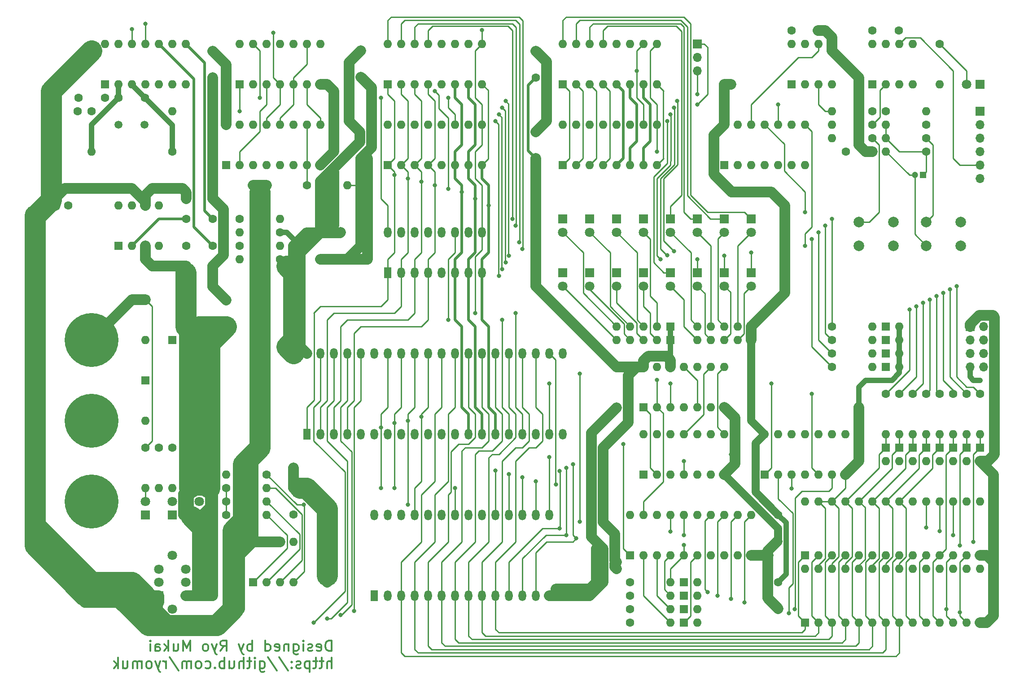
<source format=gbr>
%TF.GenerationSoftware,KiCad,Pcbnew,7.0.1*%
%TF.CreationDate,2023-04-05T20:47:30+09:00*%
%TF.ProjectId,test4004,74657374-3430-4303-942e-6b696361645f,rev?*%
%TF.SameCoordinates,Original*%
%TF.FileFunction,Copper,L2,Bot*%
%TF.FilePolarity,Positive*%
%FSLAX46Y46*%
G04 Gerber Fmt 4.6, Leading zero omitted, Abs format (unit mm)*
G04 Created by KiCad (PCBNEW 7.0.1) date 2023-04-05 20:47:30*
%MOMM*%
%LPD*%
G01*
G04 APERTURE LIST*
%ADD10C,0.300000*%
%TA.AperFunction,NonConductor*%
%ADD11C,0.300000*%
%TD*%
%TA.AperFunction,ComponentPad*%
%ADD12R,1.800000X1.800000*%
%TD*%
%TA.AperFunction,ComponentPad*%
%ADD13C,1.800000*%
%TD*%
%TA.AperFunction,ComponentPad*%
%ADD14C,1.600000*%
%TD*%
%TA.AperFunction,ComponentPad*%
%ADD15O,1.600000X1.600000*%
%TD*%
%TA.AperFunction,ComponentPad*%
%ADD16R,1.600000X1.600000*%
%TD*%
%TA.AperFunction,ComponentPad*%
%ADD17C,10.160000*%
%TD*%
%TA.AperFunction,ComponentPad*%
%ADD18R,1.200000X1.200000*%
%TD*%
%TA.AperFunction,ComponentPad*%
%ADD19C,1.200000*%
%TD*%
%TA.AperFunction,ComponentPad*%
%ADD20R,1.440000X2.000000*%
%TD*%
%TA.AperFunction,ComponentPad*%
%ADD21O,1.440000X2.000000*%
%TD*%
%TA.AperFunction,ComponentPad*%
%ADD22R,1.700000X1.700000*%
%TD*%
%TA.AperFunction,ComponentPad*%
%ADD23O,1.700000X1.700000*%
%TD*%
%TA.AperFunction,ComponentPad*%
%ADD24C,1.500000*%
%TD*%
%TA.AperFunction,ComponentPad*%
%ADD25C,2.000000*%
%TD*%
%TA.AperFunction,ViaPad*%
%ADD26C,0.800000*%
%TD*%
%TA.AperFunction,Conductor*%
%ADD27C,4.000000*%
%TD*%
%TA.AperFunction,Conductor*%
%ADD28C,2.000000*%
%TD*%
%TA.AperFunction,Conductor*%
%ADD29C,1.500000*%
%TD*%
%TA.AperFunction,Conductor*%
%ADD30C,0.500000*%
%TD*%
%TA.AperFunction,Conductor*%
%ADD31C,1.000000*%
%TD*%
%TA.AperFunction,Conductor*%
%ADD32C,0.250000*%
%TD*%
G04 APERTURE END LIST*
D10*
D11*
X57943809Y-122245238D02*
X57943809Y-120245238D01*
X57943809Y-120245238D02*
X57467619Y-120245238D01*
X57467619Y-120245238D02*
X57181904Y-120340476D01*
X57181904Y-120340476D02*
X56991428Y-120530952D01*
X56991428Y-120530952D02*
X56896190Y-120721428D01*
X56896190Y-120721428D02*
X56800952Y-121102380D01*
X56800952Y-121102380D02*
X56800952Y-121388095D01*
X56800952Y-121388095D02*
X56896190Y-121769047D01*
X56896190Y-121769047D02*
X56991428Y-121959523D01*
X56991428Y-121959523D02*
X57181904Y-122150000D01*
X57181904Y-122150000D02*
X57467619Y-122245238D01*
X57467619Y-122245238D02*
X57943809Y-122245238D01*
X55181904Y-122150000D02*
X55372380Y-122245238D01*
X55372380Y-122245238D02*
X55753333Y-122245238D01*
X55753333Y-122245238D02*
X55943809Y-122150000D01*
X55943809Y-122150000D02*
X56039047Y-121959523D01*
X56039047Y-121959523D02*
X56039047Y-121197619D01*
X56039047Y-121197619D02*
X55943809Y-121007142D01*
X55943809Y-121007142D02*
X55753333Y-120911904D01*
X55753333Y-120911904D02*
X55372380Y-120911904D01*
X55372380Y-120911904D02*
X55181904Y-121007142D01*
X55181904Y-121007142D02*
X55086666Y-121197619D01*
X55086666Y-121197619D02*
X55086666Y-121388095D01*
X55086666Y-121388095D02*
X56039047Y-121578571D01*
X54324761Y-122150000D02*
X54134285Y-122245238D01*
X54134285Y-122245238D02*
X53753333Y-122245238D01*
X53753333Y-122245238D02*
X53562856Y-122150000D01*
X53562856Y-122150000D02*
X53467618Y-121959523D01*
X53467618Y-121959523D02*
X53467618Y-121864285D01*
X53467618Y-121864285D02*
X53562856Y-121673809D01*
X53562856Y-121673809D02*
X53753333Y-121578571D01*
X53753333Y-121578571D02*
X54039047Y-121578571D01*
X54039047Y-121578571D02*
X54229523Y-121483333D01*
X54229523Y-121483333D02*
X54324761Y-121292857D01*
X54324761Y-121292857D02*
X54324761Y-121197619D01*
X54324761Y-121197619D02*
X54229523Y-121007142D01*
X54229523Y-121007142D02*
X54039047Y-120911904D01*
X54039047Y-120911904D02*
X53753333Y-120911904D01*
X53753333Y-120911904D02*
X53562856Y-121007142D01*
X52610475Y-122245238D02*
X52610475Y-120911904D01*
X52610475Y-120245238D02*
X52705713Y-120340476D01*
X52705713Y-120340476D02*
X52610475Y-120435714D01*
X52610475Y-120435714D02*
X52515237Y-120340476D01*
X52515237Y-120340476D02*
X52610475Y-120245238D01*
X52610475Y-120245238D02*
X52610475Y-120435714D01*
X50800951Y-120911904D02*
X50800951Y-122530952D01*
X50800951Y-122530952D02*
X50896189Y-122721428D01*
X50896189Y-122721428D02*
X50991427Y-122816666D01*
X50991427Y-122816666D02*
X51181904Y-122911904D01*
X51181904Y-122911904D02*
X51467618Y-122911904D01*
X51467618Y-122911904D02*
X51658094Y-122816666D01*
X50800951Y-122150000D02*
X50991427Y-122245238D01*
X50991427Y-122245238D02*
X51372380Y-122245238D01*
X51372380Y-122245238D02*
X51562856Y-122150000D01*
X51562856Y-122150000D02*
X51658094Y-122054761D01*
X51658094Y-122054761D02*
X51753332Y-121864285D01*
X51753332Y-121864285D02*
X51753332Y-121292857D01*
X51753332Y-121292857D02*
X51658094Y-121102380D01*
X51658094Y-121102380D02*
X51562856Y-121007142D01*
X51562856Y-121007142D02*
X51372380Y-120911904D01*
X51372380Y-120911904D02*
X50991427Y-120911904D01*
X50991427Y-120911904D02*
X50800951Y-121007142D01*
X49848570Y-120911904D02*
X49848570Y-122245238D01*
X49848570Y-121102380D02*
X49753332Y-121007142D01*
X49753332Y-121007142D02*
X49562856Y-120911904D01*
X49562856Y-120911904D02*
X49277141Y-120911904D01*
X49277141Y-120911904D02*
X49086665Y-121007142D01*
X49086665Y-121007142D02*
X48991427Y-121197619D01*
X48991427Y-121197619D02*
X48991427Y-122245238D01*
X47277141Y-122150000D02*
X47467617Y-122245238D01*
X47467617Y-122245238D02*
X47848570Y-122245238D01*
X47848570Y-122245238D02*
X48039046Y-122150000D01*
X48039046Y-122150000D02*
X48134284Y-121959523D01*
X48134284Y-121959523D02*
X48134284Y-121197619D01*
X48134284Y-121197619D02*
X48039046Y-121007142D01*
X48039046Y-121007142D02*
X47848570Y-120911904D01*
X47848570Y-120911904D02*
X47467617Y-120911904D01*
X47467617Y-120911904D02*
X47277141Y-121007142D01*
X47277141Y-121007142D02*
X47181903Y-121197619D01*
X47181903Y-121197619D02*
X47181903Y-121388095D01*
X47181903Y-121388095D02*
X48134284Y-121578571D01*
X45467617Y-122245238D02*
X45467617Y-120245238D01*
X45467617Y-122150000D02*
X45658093Y-122245238D01*
X45658093Y-122245238D02*
X46039046Y-122245238D01*
X46039046Y-122245238D02*
X46229522Y-122150000D01*
X46229522Y-122150000D02*
X46324760Y-122054761D01*
X46324760Y-122054761D02*
X46419998Y-121864285D01*
X46419998Y-121864285D02*
X46419998Y-121292857D01*
X46419998Y-121292857D02*
X46324760Y-121102380D01*
X46324760Y-121102380D02*
X46229522Y-121007142D01*
X46229522Y-121007142D02*
X46039046Y-120911904D01*
X46039046Y-120911904D02*
X45658093Y-120911904D01*
X45658093Y-120911904D02*
X45467617Y-121007142D01*
X42991426Y-122245238D02*
X42991426Y-120245238D01*
X42991426Y-121007142D02*
X42800950Y-120911904D01*
X42800950Y-120911904D02*
X42419997Y-120911904D01*
X42419997Y-120911904D02*
X42229521Y-121007142D01*
X42229521Y-121007142D02*
X42134283Y-121102380D01*
X42134283Y-121102380D02*
X42039045Y-121292857D01*
X42039045Y-121292857D02*
X42039045Y-121864285D01*
X42039045Y-121864285D02*
X42134283Y-122054761D01*
X42134283Y-122054761D02*
X42229521Y-122150000D01*
X42229521Y-122150000D02*
X42419997Y-122245238D01*
X42419997Y-122245238D02*
X42800950Y-122245238D01*
X42800950Y-122245238D02*
X42991426Y-122150000D01*
X41372378Y-120911904D02*
X40896188Y-122245238D01*
X40419997Y-120911904D02*
X40896188Y-122245238D01*
X40896188Y-122245238D02*
X41086664Y-122721428D01*
X41086664Y-122721428D02*
X41181902Y-122816666D01*
X41181902Y-122816666D02*
X41372378Y-122911904D01*
X36991425Y-122245238D02*
X37658092Y-121292857D01*
X38134282Y-122245238D02*
X38134282Y-120245238D01*
X38134282Y-120245238D02*
X37372377Y-120245238D01*
X37372377Y-120245238D02*
X37181901Y-120340476D01*
X37181901Y-120340476D02*
X37086663Y-120435714D01*
X37086663Y-120435714D02*
X36991425Y-120626190D01*
X36991425Y-120626190D02*
X36991425Y-120911904D01*
X36991425Y-120911904D02*
X37086663Y-121102380D01*
X37086663Y-121102380D02*
X37181901Y-121197619D01*
X37181901Y-121197619D02*
X37372377Y-121292857D01*
X37372377Y-121292857D02*
X38134282Y-121292857D01*
X36324758Y-120911904D02*
X35848568Y-122245238D01*
X35372377Y-120911904D02*
X35848568Y-122245238D01*
X35848568Y-122245238D02*
X36039044Y-122721428D01*
X36039044Y-122721428D02*
X36134282Y-122816666D01*
X36134282Y-122816666D02*
X36324758Y-122911904D01*
X34324758Y-122245238D02*
X34515234Y-122150000D01*
X34515234Y-122150000D02*
X34610472Y-122054761D01*
X34610472Y-122054761D02*
X34705710Y-121864285D01*
X34705710Y-121864285D02*
X34705710Y-121292857D01*
X34705710Y-121292857D02*
X34610472Y-121102380D01*
X34610472Y-121102380D02*
X34515234Y-121007142D01*
X34515234Y-121007142D02*
X34324758Y-120911904D01*
X34324758Y-120911904D02*
X34039043Y-120911904D01*
X34039043Y-120911904D02*
X33848567Y-121007142D01*
X33848567Y-121007142D02*
X33753329Y-121102380D01*
X33753329Y-121102380D02*
X33658091Y-121292857D01*
X33658091Y-121292857D02*
X33658091Y-121864285D01*
X33658091Y-121864285D02*
X33753329Y-122054761D01*
X33753329Y-122054761D02*
X33848567Y-122150000D01*
X33848567Y-122150000D02*
X34039043Y-122245238D01*
X34039043Y-122245238D02*
X34324758Y-122245238D01*
X31277138Y-122245238D02*
X31277138Y-120245238D01*
X31277138Y-120245238D02*
X30610471Y-121673809D01*
X30610471Y-121673809D02*
X29943805Y-120245238D01*
X29943805Y-120245238D02*
X29943805Y-122245238D01*
X28134281Y-120911904D02*
X28134281Y-122245238D01*
X28991424Y-120911904D02*
X28991424Y-121959523D01*
X28991424Y-121959523D02*
X28896186Y-122150000D01*
X28896186Y-122150000D02*
X28705710Y-122245238D01*
X28705710Y-122245238D02*
X28419995Y-122245238D01*
X28419995Y-122245238D02*
X28229519Y-122150000D01*
X28229519Y-122150000D02*
X28134281Y-122054761D01*
X27181900Y-122245238D02*
X27181900Y-120245238D01*
X26991424Y-121483333D02*
X26419995Y-122245238D01*
X26419995Y-120911904D02*
X27181900Y-121673809D01*
X24705709Y-122245238D02*
X24705709Y-121197619D01*
X24705709Y-121197619D02*
X24800947Y-121007142D01*
X24800947Y-121007142D02*
X24991423Y-120911904D01*
X24991423Y-120911904D02*
X25372376Y-120911904D01*
X25372376Y-120911904D02*
X25562852Y-121007142D01*
X24705709Y-122150000D02*
X24896185Y-122245238D01*
X24896185Y-122245238D02*
X25372376Y-122245238D01*
X25372376Y-122245238D02*
X25562852Y-122150000D01*
X25562852Y-122150000D02*
X25658090Y-121959523D01*
X25658090Y-121959523D02*
X25658090Y-121769047D01*
X25658090Y-121769047D02*
X25562852Y-121578571D01*
X25562852Y-121578571D02*
X25372376Y-121483333D01*
X25372376Y-121483333D02*
X24896185Y-121483333D01*
X24896185Y-121483333D02*
X24705709Y-121388095D01*
X23753328Y-122245238D02*
X23753328Y-120911904D01*
X23753328Y-120245238D02*
X23848566Y-120340476D01*
X23848566Y-120340476D02*
X23753328Y-120435714D01*
X23753328Y-120435714D02*
X23658090Y-120340476D01*
X23658090Y-120340476D02*
X23753328Y-120245238D01*
X23753328Y-120245238D02*
X23753328Y-120435714D01*
X57943809Y-125485238D02*
X57943809Y-123485238D01*
X57086666Y-125485238D02*
X57086666Y-124437619D01*
X57086666Y-124437619D02*
X57181904Y-124247142D01*
X57181904Y-124247142D02*
X57372380Y-124151904D01*
X57372380Y-124151904D02*
X57658095Y-124151904D01*
X57658095Y-124151904D02*
X57848571Y-124247142D01*
X57848571Y-124247142D02*
X57943809Y-124342380D01*
X56419999Y-124151904D02*
X55658095Y-124151904D01*
X56134285Y-123485238D02*
X56134285Y-125199523D01*
X56134285Y-125199523D02*
X56039047Y-125390000D01*
X56039047Y-125390000D02*
X55848571Y-125485238D01*
X55848571Y-125485238D02*
X55658095Y-125485238D01*
X55277142Y-124151904D02*
X54515238Y-124151904D01*
X54991428Y-123485238D02*
X54991428Y-125199523D01*
X54991428Y-125199523D02*
X54896190Y-125390000D01*
X54896190Y-125390000D02*
X54705714Y-125485238D01*
X54705714Y-125485238D02*
X54515238Y-125485238D01*
X53848571Y-124151904D02*
X53848571Y-126151904D01*
X53848571Y-124247142D02*
X53658095Y-124151904D01*
X53658095Y-124151904D02*
X53277142Y-124151904D01*
X53277142Y-124151904D02*
X53086666Y-124247142D01*
X53086666Y-124247142D02*
X52991428Y-124342380D01*
X52991428Y-124342380D02*
X52896190Y-124532857D01*
X52896190Y-124532857D02*
X52896190Y-125104285D01*
X52896190Y-125104285D02*
X52991428Y-125294761D01*
X52991428Y-125294761D02*
X53086666Y-125390000D01*
X53086666Y-125390000D02*
X53277142Y-125485238D01*
X53277142Y-125485238D02*
X53658095Y-125485238D01*
X53658095Y-125485238D02*
X53848571Y-125390000D01*
X52134285Y-125390000D02*
X51943809Y-125485238D01*
X51943809Y-125485238D02*
X51562857Y-125485238D01*
X51562857Y-125485238D02*
X51372380Y-125390000D01*
X51372380Y-125390000D02*
X51277142Y-125199523D01*
X51277142Y-125199523D02*
X51277142Y-125104285D01*
X51277142Y-125104285D02*
X51372380Y-124913809D01*
X51372380Y-124913809D02*
X51562857Y-124818571D01*
X51562857Y-124818571D02*
X51848571Y-124818571D01*
X51848571Y-124818571D02*
X52039047Y-124723333D01*
X52039047Y-124723333D02*
X52134285Y-124532857D01*
X52134285Y-124532857D02*
X52134285Y-124437619D01*
X52134285Y-124437619D02*
X52039047Y-124247142D01*
X52039047Y-124247142D02*
X51848571Y-124151904D01*
X51848571Y-124151904D02*
X51562857Y-124151904D01*
X51562857Y-124151904D02*
X51372380Y-124247142D01*
X50419999Y-125294761D02*
X50324761Y-125390000D01*
X50324761Y-125390000D02*
X50419999Y-125485238D01*
X50419999Y-125485238D02*
X50515237Y-125390000D01*
X50515237Y-125390000D02*
X50419999Y-125294761D01*
X50419999Y-125294761D02*
X50419999Y-125485238D01*
X50419999Y-124247142D02*
X50324761Y-124342380D01*
X50324761Y-124342380D02*
X50419999Y-124437619D01*
X50419999Y-124437619D02*
X50515237Y-124342380D01*
X50515237Y-124342380D02*
X50419999Y-124247142D01*
X50419999Y-124247142D02*
X50419999Y-124437619D01*
X48039047Y-123390000D02*
X49753332Y-125961428D01*
X45943809Y-123390000D02*
X47658094Y-125961428D01*
X44419999Y-124151904D02*
X44419999Y-125770952D01*
X44419999Y-125770952D02*
X44515237Y-125961428D01*
X44515237Y-125961428D02*
X44610475Y-126056666D01*
X44610475Y-126056666D02*
X44800952Y-126151904D01*
X44800952Y-126151904D02*
X45086666Y-126151904D01*
X45086666Y-126151904D02*
X45277142Y-126056666D01*
X44419999Y-125390000D02*
X44610475Y-125485238D01*
X44610475Y-125485238D02*
X44991428Y-125485238D01*
X44991428Y-125485238D02*
X45181904Y-125390000D01*
X45181904Y-125390000D02*
X45277142Y-125294761D01*
X45277142Y-125294761D02*
X45372380Y-125104285D01*
X45372380Y-125104285D02*
X45372380Y-124532857D01*
X45372380Y-124532857D02*
X45277142Y-124342380D01*
X45277142Y-124342380D02*
X45181904Y-124247142D01*
X45181904Y-124247142D02*
X44991428Y-124151904D01*
X44991428Y-124151904D02*
X44610475Y-124151904D01*
X44610475Y-124151904D02*
X44419999Y-124247142D01*
X43467618Y-125485238D02*
X43467618Y-124151904D01*
X43467618Y-123485238D02*
X43562856Y-123580476D01*
X43562856Y-123580476D02*
X43467618Y-123675714D01*
X43467618Y-123675714D02*
X43372380Y-123580476D01*
X43372380Y-123580476D02*
X43467618Y-123485238D01*
X43467618Y-123485238D02*
X43467618Y-123675714D01*
X42800951Y-124151904D02*
X42039047Y-124151904D01*
X42515237Y-123485238D02*
X42515237Y-125199523D01*
X42515237Y-125199523D02*
X42419999Y-125390000D01*
X42419999Y-125390000D02*
X42229523Y-125485238D01*
X42229523Y-125485238D02*
X42039047Y-125485238D01*
X41372380Y-125485238D02*
X41372380Y-123485238D01*
X40515237Y-125485238D02*
X40515237Y-124437619D01*
X40515237Y-124437619D02*
X40610475Y-124247142D01*
X40610475Y-124247142D02*
X40800951Y-124151904D01*
X40800951Y-124151904D02*
X41086666Y-124151904D01*
X41086666Y-124151904D02*
X41277142Y-124247142D01*
X41277142Y-124247142D02*
X41372380Y-124342380D01*
X38705713Y-124151904D02*
X38705713Y-125485238D01*
X39562856Y-124151904D02*
X39562856Y-125199523D01*
X39562856Y-125199523D02*
X39467618Y-125390000D01*
X39467618Y-125390000D02*
X39277142Y-125485238D01*
X39277142Y-125485238D02*
X38991427Y-125485238D01*
X38991427Y-125485238D02*
X38800951Y-125390000D01*
X38800951Y-125390000D02*
X38705713Y-125294761D01*
X37753332Y-125485238D02*
X37753332Y-123485238D01*
X37753332Y-124247142D02*
X37562856Y-124151904D01*
X37562856Y-124151904D02*
X37181903Y-124151904D01*
X37181903Y-124151904D02*
X36991427Y-124247142D01*
X36991427Y-124247142D02*
X36896189Y-124342380D01*
X36896189Y-124342380D02*
X36800951Y-124532857D01*
X36800951Y-124532857D02*
X36800951Y-125104285D01*
X36800951Y-125104285D02*
X36896189Y-125294761D01*
X36896189Y-125294761D02*
X36991427Y-125390000D01*
X36991427Y-125390000D02*
X37181903Y-125485238D01*
X37181903Y-125485238D02*
X37562856Y-125485238D01*
X37562856Y-125485238D02*
X37753332Y-125390000D01*
X35943808Y-125294761D02*
X35848570Y-125390000D01*
X35848570Y-125390000D02*
X35943808Y-125485238D01*
X35943808Y-125485238D02*
X36039046Y-125390000D01*
X36039046Y-125390000D02*
X35943808Y-125294761D01*
X35943808Y-125294761D02*
X35943808Y-125485238D01*
X34134284Y-125390000D02*
X34324760Y-125485238D01*
X34324760Y-125485238D02*
X34705713Y-125485238D01*
X34705713Y-125485238D02*
X34896189Y-125390000D01*
X34896189Y-125390000D02*
X34991427Y-125294761D01*
X34991427Y-125294761D02*
X35086665Y-125104285D01*
X35086665Y-125104285D02*
X35086665Y-124532857D01*
X35086665Y-124532857D02*
X34991427Y-124342380D01*
X34991427Y-124342380D02*
X34896189Y-124247142D01*
X34896189Y-124247142D02*
X34705713Y-124151904D01*
X34705713Y-124151904D02*
X34324760Y-124151904D01*
X34324760Y-124151904D02*
X34134284Y-124247142D01*
X32991427Y-125485238D02*
X33181903Y-125390000D01*
X33181903Y-125390000D02*
X33277141Y-125294761D01*
X33277141Y-125294761D02*
X33372379Y-125104285D01*
X33372379Y-125104285D02*
X33372379Y-124532857D01*
X33372379Y-124532857D02*
X33277141Y-124342380D01*
X33277141Y-124342380D02*
X33181903Y-124247142D01*
X33181903Y-124247142D02*
X32991427Y-124151904D01*
X32991427Y-124151904D02*
X32705712Y-124151904D01*
X32705712Y-124151904D02*
X32515236Y-124247142D01*
X32515236Y-124247142D02*
X32419998Y-124342380D01*
X32419998Y-124342380D02*
X32324760Y-124532857D01*
X32324760Y-124532857D02*
X32324760Y-125104285D01*
X32324760Y-125104285D02*
X32419998Y-125294761D01*
X32419998Y-125294761D02*
X32515236Y-125390000D01*
X32515236Y-125390000D02*
X32705712Y-125485238D01*
X32705712Y-125485238D02*
X32991427Y-125485238D01*
X31467617Y-125485238D02*
X31467617Y-124151904D01*
X31467617Y-124342380D02*
X31372379Y-124247142D01*
X31372379Y-124247142D02*
X31181903Y-124151904D01*
X31181903Y-124151904D02*
X30896188Y-124151904D01*
X30896188Y-124151904D02*
X30705712Y-124247142D01*
X30705712Y-124247142D02*
X30610474Y-124437619D01*
X30610474Y-124437619D02*
X30610474Y-125485238D01*
X30610474Y-124437619D02*
X30515236Y-124247142D01*
X30515236Y-124247142D02*
X30324760Y-124151904D01*
X30324760Y-124151904D02*
X30039046Y-124151904D01*
X30039046Y-124151904D02*
X29848569Y-124247142D01*
X29848569Y-124247142D02*
X29753331Y-124437619D01*
X29753331Y-124437619D02*
X29753331Y-125485238D01*
X27372379Y-123390000D02*
X29086664Y-125961428D01*
X26705712Y-125485238D02*
X26705712Y-124151904D01*
X26705712Y-124532857D02*
X26610474Y-124342380D01*
X26610474Y-124342380D02*
X26515236Y-124247142D01*
X26515236Y-124247142D02*
X26324760Y-124151904D01*
X26324760Y-124151904D02*
X26134283Y-124151904D01*
X25658093Y-124151904D02*
X25181903Y-125485238D01*
X24705712Y-124151904D02*
X25181903Y-125485238D01*
X25181903Y-125485238D02*
X25372379Y-125961428D01*
X25372379Y-125961428D02*
X25467617Y-126056666D01*
X25467617Y-126056666D02*
X25658093Y-126151904D01*
X23658093Y-125485238D02*
X23848569Y-125390000D01*
X23848569Y-125390000D02*
X23943807Y-125294761D01*
X23943807Y-125294761D02*
X24039045Y-125104285D01*
X24039045Y-125104285D02*
X24039045Y-124532857D01*
X24039045Y-124532857D02*
X23943807Y-124342380D01*
X23943807Y-124342380D02*
X23848569Y-124247142D01*
X23848569Y-124247142D02*
X23658093Y-124151904D01*
X23658093Y-124151904D02*
X23372378Y-124151904D01*
X23372378Y-124151904D02*
X23181902Y-124247142D01*
X23181902Y-124247142D02*
X23086664Y-124342380D01*
X23086664Y-124342380D02*
X22991426Y-124532857D01*
X22991426Y-124532857D02*
X22991426Y-125104285D01*
X22991426Y-125104285D02*
X23086664Y-125294761D01*
X23086664Y-125294761D02*
X23181902Y-125390000D01*
X23181902Y-125390000D02*
X23372378Y-125485238D01*
X23372378Y-125485238D02*
X23658093Y-125485238D01*
X22134283Y-125485238D02*
X22134283Y-124151904D01*
X22134283Y-124342380D02*
X22039045Y-124247142D01*
X22039045Y-124247142D02*
X21848569Y-124151904D01*
X21848569Y-124151904D02*
X21562854Y-124151904D01*
X21562854Y-124151904D02*
X21372378Y-124247142D01*
X21372378Y-124247142D02*
X21277140Y-124437619D01*
X21277140Y-124437619D02*
X21277140Y-125485238D01*
X21277140Y-124437619D02*
X21181902Y-124247142D01*
X21181902Y-124247142D02*
X20991426Y-124151904D01*
X20991426Y-124151904D02*
X20705712Y-124151904D01*
X20705712Y-124151904D02*
X20515235Y-124247142D01*
X20515235Y-124247142D02*
X20419997Y-124437619D01*
X20419997Y-124437619D02*
X20419997Y-125485238D01*
X18610473Y-124151904D02*
X18610473Y-125485238D01*
X19467616Y-124151904D02*
X19467616Y-125199523D01*
X19467616Y-125199523D02*
X19372378Y-125390000D01*
X19372378Y-125390000D02*
X19181902Y-125485238D01*
X19181902Y-125485238D02*
X18896187Y-125485238D01*
X18896187Y-125485238D02*
X18705711Y-125390000D01*
X18705711Y-125390000D02*
X18610473Y-125294761D01*
X17658092Y-125485238D02*
X17658092Y-123485238D01*
X17467616Y-124723333D02*
X16896187Y-125485238D01*
X16896187Y-124151904D02*
X17658092Y-124913809D01*
D12*
%TO.P,D19,1,K*%
%TO.N,BANK1*%
X132080000Y-50800000D03*
D13*
%TO.P,D19,2,A*%
%TO.N,Net-(D19-A)*%
X132080000Y-53340000D03*
%TD*%
D14*
%TO.P,C12,1*%
%TO.N,Net-(C12-Pad1)*%
X15240000Y-17780000D03*
%TO.P,C12,2*%
%TO.N,GND*%
X10240000Y-17780000D03*
%TD*%
%TO.P,C7,1*%
%TO.N,GND*%
X35560000Y-36830000D03*
%TO.P,C7,2*%
%TO.N,+5V*%
X30560000Y-36830000D03*
%TD*%
D12*
%TO.P,D20,1,K*%
%TO.N,BANK2*%
X127000000Y-50800000D03*
D13*
%TO.P,D20,2,A*%
%TO.N,Net-(D20-A)*%
X127000000Y-53340000D03*
%TD*%
D14*
%TO.P,R5,1*%
%TO.N,Net-(D5-A)*%
X172720000Y-7620000D03*
D15*
%TO.P,R5,2*%
%TO.N,VBUS*%
X172720000Y-15240000D03*
%TD*%
D16*
%TO.P,D28,1,K*%
%TO.N,Net-(D28-K)*%
X165100000Y-83820000D03*
D15*
%TO.P,D28,2,A*%
%TO.N,GND*%
X165100000Y-86360000D03*
%TD*%
D14*
%TO.P,R26,1*%
%TO.N,BANK1*%
X177800000Y-73660000D03*
D15*
%TO.P,R26,2*%
%TO.N,Net-(D23-K)*%
X177800000Y-81280000D03*
%TD*%
D12*
%TO.P,D9,1,K*%
%TO.N,Net-(D9-K)*%
X101600000Y-40640000D03*
D13*
%TO.P,D9,2,A*%
%TO.N,Net-(D9-A)*%
X101600000Y-43180000D03*
%TD*%
D14*
%TO.P,R33,1*%
%TO.N,Net-(U20-I{slash}O2)*%
X114300000Y-114300000D03*
D15*
%TO.P,R33,2*%
%TO.N,Net-(D31-K)*%
X121920000Y-114300000D03*
%TD*%
D16*
%TO.P,D1,1,K*%
%TO.N,Net-(D1-K)*%
X162560000Y-60960000D03*
D15*
%TO.P,D1,2,A*%
%TO.N,GND*%
X165100000Y-60960000D03*
%TD*%
D14*
%TO.P,R12,1*%
%TO.N,Net-(C4-Pad1)*%
X170180000Y-27940000D03*
D15*
%TO.P,R12,2*%
%TO.N,-10V*%
X162560000Y-27940000D03*
%TD*%
D14*
%TO.P,C15,1*%
%TO.N,+5V*%
X96520000Y-13970000D03*
%TO.P,C15,2*%
%TO.N,-10V*%
X96520000Y-8970000D03*
%TD*%
%TO.P,C1,1*%
%TO.N,-10V*%
X149780000Y-5080000D03*
%TO.P,C1,2*%
%TO.N,+5V*%
X144780000Y-5080000D03*
%TD*%
%TO.P,R2,1*%
%TO.N,RAM2-1*%
X152400000Y-63500000D03*
D15*
%TO.P,R2,2*%
%TO.N,Net-(D2-K)*%
X160020000Y-63500000D03*
%TD*%
D14*
%TO.P,R37,1*%
%TO.N,Net-(D35-K)*%
X22860000Y-83820000D03*
D15*
%TO.P,R37,2*%
%TO.N,Net-(D37-A)*%
X22860000Y-91440000D03*
%TD*%
D12*
%TO.P,D13,1,K*%
%TO.N,RAM2-3*%
X121920000Y-40640000D03*
D13*
%TO.P,D13,2,A*%
%TO.N,Net-(D13-A)*%
X121920000Y-43180000D03*
%TD*%
D16*
%TO.P,D4,1,K*%
%TO.N,Net-(D4-K)*%
X162560000Y-68580000D03*
D15*
%TO.P,D4,2,A*%
%TO.N,GND*%
X165100000Y-68580000D03*
%TD*%
D16*
%TO.P,SW3,1*%
%TO.N,ROM_P1*%
X43180000Y-109220000D03*
D15*
%TO.P,SW3,2*%
%TO.N,ROM_P2*%
X45720000Y-109220000D03*
%TO.P,SW3,3*%
%TO.N,ROM_P26*%
X48260000Y-109220000D03*
%TO.P,SW3,4*%
%TO.N,ROM_P27*%
X50800000Y-109220000D03*
%TO.P,SW3,5*%
%TO.N,GND*%
X50800000Y-101600000D03*
%TO.P,SW3,6*%
%TO.N,+5V*%
X48260000Y-101600000D03*
%TO.P,SW3,7*%
X45720000Y-101600000D03*
%TO.P,SW3,8*%
X43180000Y-101600000D03*
%TD*%
D14*
%TO.P,R20,1*%
%TO.N,BANK7*%
X162560000Y-73660000D03*
D15*
%TO.P,R20,2*%
%TO.N,Net-(D29-K)*%
X162560000Y-81280000D03*
%TD*%
D12*
%TO.P,D17,1,K*%
%TO.N,BANK7*%
X101600000Y-50800000D03*
D13*
%TO.P,D17,2,A*%
%TO.N,Net-(D17-A)*%
X101600000Y-53340000D03*
%TD*%
D14*
%TO.P,C5,1*%
%TO.N,+5V*%
X35560000Y-8970000D03*
%TO.P,C5,2*%
%TO.N,GND*%
X35560000Y-13970000D03*
%TD*%
D12*
%TO.P,D38,1,K*%
%TO.N,-10V*%
X33020000Y-96520000D03*
D13*
%TO.P,D38,2,A*%
%TO.N,Net-(D38-A)*%
X33020000Y-93980000D03*
%TD*%
D14*
%TO.P,C17,1*%
%TO.N,+5V*%
X96520000Y-29210000D03*
%TO.P,C17,2*%
%TO.N,-10V*%
X96520000Y-24210000D03*
%TD*%
%TO.P,R13,1*%
%TO.N,Net-(U12-EP)*%
X53340000Y-34290000D03*
D15*
%TO.P,R13,2*%
%TO.N,+5V*%
X60960000Y-34290000D03*
%TD*%
D16*
%TO.P,D24,1,K*%
%TO.N,Net-(D24-K)*%
X175260000Y-83820000D03*
D15*
%TO.P,D24,2,A*%
%TO.N,GND*%
X175260000Y-86360000D03*
%TD*%
D14*
%TO.P,C13,1*%
%TO.N,+5V*%
X55880000Y-48260000D03*
%TO.P,C13,2*%
%TO.N,-10V*%
X55880000Y-43260000D03*
%TD*%
D16*
%TO.P,U14,1*%
%TO.N,Net-(U20-FL)*%
X116840000Y-88900000D03*
D15*
%TO.P,U14,2*%
%TO.N,Net-(U14-Pad2)*%
X119380000Y-88900000D03*
%TO.P,U14,3*%
%TO.N,~{WE_OPA}*%
X121920000Y-88900000D03*
%TO.P,U14,4*%
%TO.N,Net-(U13-Pad4)*%
X124460000Y-88900000D03*
%TO.P,U14,5*%
%TO.N,Net-(U14-Pad2)*%
X127000000Y-88900000D03*
%TO.P,U14,6*%
%TO.N,~{WE_OPR}*%
X129540000Y-88900000D03*
%TO.P,U14,7,GND*%
%TO.N,GND*%
X132080000Y-88900000D03*
%TO.P,U14,8*%
%TO.N,Net-(U14-Pad8)*%
X132080000Y-81280000D03*
%TO.P,U14,9*%
%TO.N,C0*%
X129540000Y-81280000D03*
%TO.P,U14,10*%
%TO.N,C1*%
X127000000Y-81280000D03*
%TO.P,U14,11*%
%TO.N,Net-(U14-Pad11)*%
X124460000Y-81280000D03*
%TO.P,U14,12*%
%TO.N,C2*%
X121920000Y-81280000D03*
%TO.P,U14,13*%
%TO.N,C3*%
X119380000Y-81280000D03*
%TO.P,U14,14,VCC*%
%TO.N,+5V*%
X116840000Y-81280000D03*
%TD*%
D14*
%TO.P,R23,1*%
%TO.N,BANK4*%
X170180000Y-73660000D03*
D15*
%TO.P,R23,2*%
%TO.N,Net-(D26-K)*%
X170180000Y-81280000D03*
%TD*%
D14*
%TO.P,R6,1*%
%TO.N,Net-(J1-Pin_4)*%
X160020000Y-20320000D03*
D15*
%TO.P,R6,2*%
%TO.N,Net-(U1-K)*%
X152400000Y-20320000D03*
%TD*%
D12*
%TO.P,D15,1,K*%
%TO.N,BANK5*%
X111760000Y-50800000D03*
D13*
%TO.P,D15,2,A*%
%TO.N,Net-(D15-A)*%
X111760000Y-53340000D03*
%TD*%
D17*
%TO.P,J5,1,Pin_1*%
%TO.N,GND*%
X12700000Y-78740000D03*
%TD*%
D18*
%TO.P,C4,1*%
%TO.N,Net-(C4-Pad1)*%
X169545000Y-32385000D03*
D19*
%TO.P,C4,2*%
%TO.N,-10V*%
X168045000Y-32385000D03*
%TD*%
D20*
%TO.P,U4,1,D0*%
%TO.N,/ProgramMemory/D0*%
X68580000Y-50800000D03*
D21*
%TO.P,U4,2,D1*%
%TO.N,/ProgramMemory/D1*%
X71120000Y-50800000D03*
%TO.P,U4,3,D2*%
%TO.N,/ProgramMemory/D2*%
X73660000Y-50800000D03*
%TO.P,U4,4,D3*%
%TO.N,/ProgramMemory/D3*%
X76200000Y-50800000D03*
%TO.P,U4,5,Vss*%
%TO.N,+5V*%
X78740000Y-50800000D03*
%TO.P,U4,6,CLK1*%
%TO.N,/ClockGen/CLK1*%
X81280000Y-50800000D03*
%TO.P,U4,7,CLK2*%
%TO.N,/ClockGen/CLK2*%
X83820000Y-50800000D03*
%TO.P,U4,8,SYNC*%
%TO.N,/ProgramMemory/SYNC*%
X86360000Y-50800000D03*
%TO.P,U4,9,RESET*%
%TO.N,/ProgramMemory/RESET*%
X86360000Y-43180000D03*
%TO.P,U4,10,TEST*%
%TO.N,Net-(U4-TEST)*%
X83820000Y-43180000D03*
%TO.P,U4,11,CMROM*%
%TO.N,/ProgramMemory/CM*%
X81280000Y-43180000D03*
%TO.P,U4,12,Vdd*%
%TO.N,-10V*%
X78740000Y-43180000D03*
%TO.P,U4,13,CMRAM3*%
%TO.N,unconnected-(U4-CMRAM3-Pad13)*%
X76200000Y-43180000D03*
%TO.P,U4,14,CMRAM2*%
%TO.N,unconnected-(U4-CMRAM2-Pad14)*%
X73660000Y-43180000D03*
%TO.P,U4,15,CMRAM1*%
%TO.N,CMRAM1*%
X71120000Y-43180000D03*
%TO.P,U4,16,CMRAM0*%
%TO.N,CMRAM0*%
X68580000Y-43180000D03*
%TD*%
D14*
%TO.P,R31,1*%
%TO.N,GND*%
X38100000Y-96520000D03*
D15*
%TO.P,R31,2*%
%TO.N,ROM_P1*%
X45720000Y-96520000D03*
%TD*%
D22*
%TO.P,J2,1,Pin_1*%
%TO.N,CMRAM0*%
X127000000Y-7620000D03*
D23*
%TO.P,J2,2,Pin_2*%
%TO.N,CM_RAM23*%
X127000000Y-10160000D03*
%TO.P,J2,3,Pin_3*%
%TO.N,CMRAM1*%
X127000000Y-12700000D03*
%TD*%
D16*
%TO.P,D2,1,K*%
%TO.N,Net-(D2-K)*%
X162560000Y-63500000D03*
D15*
%TO.P,D2,2,A*%
%TO.N,GND*%
X165100000Y-63500000D03*
%TD*%
D16*
%TO.P,D26,1,K*%
%TO.N,Net-(D26-K)*%
X170180000Y-83820000D03*
D15*
%TO.P,D26,2,A*%
%TO.N,GND*%
X170180000Y-86360000D03*
%TD*%
D16*
%TO.P,U8,1,D0*%
%TO.N,/ProgramMemory/D0*%
X101600000Y-30480000D03*
D15*
%TO.P,U8,2,D1*%
%TO.N,/ProgramMemory/D1*%
X104140000Y-30480000D03*
%TO.P,U8,3,D2*%
%TO.N,/ProgramMemory/D2*%
X106680000Y-30480000D03*
%TO.P,U8,4,D3*%
%TO.N,/ProgramMemory/D3*%
X109220000Y-30480000D03*
%TO.P,U8,5,Vss*%
%TO.N,+5V*%
X111760000Y-30480000D03*
%TO.P,U8,6,CLK1*%
%TO.N,/ClockGen/CLK1*%
X114300000Y-30480000D03*
%TO.P,U8,7,CLK2*%
%TO.N,/ClockGen/CLK2*%
X116840000Y-30480000D03*
%TO.P,U8,8,SYNC*%
%TO.N,/ProgramMemory/SYNC*%
X119380000Y-30480000D03*
%TO.P,U8,9,RESET*%
%TO.N,/ProgramMemory/RESET*%
X119380000Y-22860000D03*
%TO.P,U8,10,P0*%
%TO.N,+5V*%
X116840000Y-22860000D03*
%TO.P,U8,11,CM*%
%TO.N,CMRAM0*%
X114300000Y-22860000D03*
%TO.P,U8,12,Vdd*%
%TO.N,-10V*%
X111760000Y-22860000D03*
%TO.P,U8,13,O3*%
%TO.N,BANK3*%
X109220000Y-22860000D03*
%TO.P,U8,14,O2*%
%TO.N,BANK2*%
X106680000Y-22860000D03*
%TO.P,U8,15,O1*%
%TO.N,BANK1*%
X104140000Y-22860000D03*
%TO.P,U8,16,O0*%
%TO.N,BANK0*%
X101600000Y-22860000D03*
%TD*%
D14*
%TO.P,R22,1*%
%TO.N,BANK5*%
X167640000Y-73660000D03*
D15*
%TO.P,R22,2*%
%TO.N,Net-(D27-K)*%
X167640000Y-81280000D03*
%TD*%
D12*
%TO.P,D7,1,K*%
%TO.N,Net-(D7-K)*%
X111760000Y-40640000D03*
D13*
%TO.P,D7,2,A*%
%TO.N,Net-(D7-A)*%
X111760000Y-43180000D03*
%TD*%
D14*
%TO.P,R38,1*%
%TO.N,GND*%
X27940000Y-83820000D03*
D15*
%TO.P,R38,2*%
%TO.N,Net-(D38-A)*%
X27940000Y-91440000D03*
%TD*%
D14*
%TO.P,C9,1*%
%TO.N,Net-(C9-Pad1)*%
X35560000Y-45720000D03*
%TO.P,C9,2*%
%TO.N,Net-(U11-IN_B)*%
X30560000Y-45720000D03*
%TD*%
D16*
%TO.P,D3,1,K*%
%TO.N,Net-(D3-K)*%
X162560000Y-66040000D03*
D15*
%TO.P,D3,2,A*%
%TO.N,GND*%
X165100000Y-66040000D03*
%TD*%
D16*
%TO.P,U3,1*%
%TO.N,Net-(U3-Pad1)*%
X132080000Y-30480000D03*
D15*
%TO.P,U3,2*%
X134620000Y-30480000D03*
%TO.P,U3,3*%
%TO.N,/ProgramMemory/RESET*%
X137160000Y-30480000D03*
%TO.P,U3,4*%
%TO.N,Net-(U3-Pad1)*%
X139700000Y-30480000D03*
%TO.P,U3,5*%
%TO.N,Net-(C4-Pad1)*%
X142240000Y-30480000D03*
%TO.P,U3,6*%
X144780000Y-30480000D03*
%TO.P,U3,7,Vss*%
%TO.N,-10V*%
X147320000Y-30480000D03*
%TO.P,U3,8*%
%TO.N,Net-(D6-K)*%
X147320000Y-22860000D03*
%TO.P,U3,9*%
X144780000Y-22860000D03*
%TO.P,U3,10*%
%TO.N,Net-(R7-Pad1)*%
X142240000Y-22860000D03*
%TO.P,U3,11*%
%TO.N,Net-(U4-TEST)*%
X139700000Y-22860000D03*
%TO.P,U3,12*%
%TO.N,Net-(U1-Vo)*%
X137160000Y-22860000D03*
%TO.P,U3,13*%
%TO.N,Net-(C3-Pad1)*%
X134620000Y-22860000D03*
%TO.P,U3,14,Vdd*%
%TO.N,+5V*%
X132080000Y-22860000D03*
%TD*%
D16*
%TO.P,U5,1,D0*%
%TO.N,/ProgramMemory/D0*%
X68580000Y-15240000D03*
D15*
%TO.P,U5,2,D1*%
%TO.N,/ProgramMemory/D1*%
X71120000Y-15240000D03*
%TO.P,U5,3,D2*%
%TO.N,/ProgramMemory/D2*%
X73660000Y-15240000D03*
%TO.P,U5,4,D3*%
%TO.N,/ProgramMemory/D3*%
X76200000Y-15240000D03*
%TO.P,U5,5,Vss*%
%TO.N,+5V*%
X78740000Y-15240000D03*
%TO.P,U5,6,CLK1*%
%TO.N,/ClockGen/CLK1*%
X81280000Y-15240000D03*
%TO.P,U5,7,CLK2*%
%TO.N,/ClockGen/CLK2*%
X83820000Y-15240000D03*
%TO.P,U5,8,SYNC*%
%TO.N,/ProgramMemory/SYNC*%
X86360000Y-15240000D03*
%TO.P,U5,9,RESET*%
%TO.N,/ProgramMemory/RESET*%
X86360000Y-7620000D03*
%TO.P,U5,10,P0*%
%TO.N,-10V*%
X83820000Y-7620000D03*
%TO.P,U5,11,CM*%
%TO.N,CM_RAM23*%
X81280000Y-7620000D03*
%TO.P,U5,12,Vdd*%
%TO.N,-10V*%
X78740000Y-7620000D03*
%TO.P,U5,13,O3*%
%TO.N,Net-(D9-K)*%
X76200000Y-7620000D03*
%TO.P,U5,14,O2*%
%TO.N,Net-(D8-K)*%
X73660000Y-7620000D03*
%TO.P,U5,15,O1*%
%TO.N,Net-(D7-K)*%
X71120000Y-7620000D03*
%TO.P,U5,16,O0*%
%TO.N,Net-(D6-K)*%
X68580000Y-7620000D03*
%TD*%
D16*
%TO.P,D25,1,K*%
%TO.N,Net-(D25-K)*%
X172720000Y-83820000D03*
D15*
%TO.P,D25,2,A*%
%TO.N,GND*%
X172720000Y-86360000D03*
%TD*%
D14*
%TO.P,R1,1*%
%TO.N,RAM2-0*%
X152400000Y-60960000D03*
D15*
%TO.P,R1,2*%
%TO.N,Net-(D1-K)*%
X160020000Y-60960000D03*
%TD*%
D14*
%TO.P,R17,1*%
%TO.N,Net-(C10-Pad2)*%
X27940000Y-27940000D03*
D15*
%TO.P,R17,2*%
%TO.N,Net-(R17-Pad2)*%
X27940000Y-20320000D03*
%TD*%
D14*
%TO.P,C2,1*%
%TO.N,GND2*%
X165020000Y-5080000D03*
%TO.P,C2,2*%
%TO.N,VBUS*%
X160020000Y-5080000D03*
%TD*%
D16*
%TO.P,D23,1,K*%
%TO.N,Net-(D23-K)*%
X177800000Y-83820000D03*
D15*
%TO.P,D23,2,A*%
%TO.N,GND*%
X177800000Y-86360000D03*
%TD*%
D14*
%TO.P,R18,1*%
%TO.N,-10V*%
X48260000Y-43180000D03*
D15*
%TO.P,R18,2*%
%TO.N,Net-(U11-OUT_A)*%
X40640000Y-43180000D03*
%TD*%
D13*
%TO.P,SW4,*%
%TO.N,*%
X27940000Y-114300000D03*
X27940000Y-104140000D03*
D12*
%TO.P,SW4,1,A*%
%TO.N,+5V*%
X25400000Y-111760000D03*
D13*
%TO.P,SW4,2,B*%
%TO.N,Net-(D35-K)*%
X25400000Y-109260000D03*
%TO.P,SW4,3,C*%
%TO.N,unconnected-(SW4A-C-Pad3)*%
X25400000Y-106760000D03*
%TO.P,SW4,4,A*%
%TO.N,-10V*%
X30480000Y-111760000D03*
%TO.P,SW4,5,B*%
%TO.N,Net-(D36-A)*%
X30480000Y-109260000D03*
%TO.P,SW4,6,C*%
%TO.N,unconnected-(SW4B-C-Pad6)*%
X30480000Y-106760000D03*
%TD*%
D22*
%TO.P,J1,1,Pin_1*%
%TO.N,GND2*%
X180340000Y-20320000D03*
D23*
%TO.P,J1,2,Pin_2*%
%TO.N,unconnected-(J1-Pin_2-Pad2)*%
X180340000Y-22860000D03*
%TO.P,J1,3,Pin_3*%
%TO.N,VBUS*%
X180340000Y-25400000D03*
%TO.P,J1,4,Pin_4*%
%TO.N,Net-(J1-Pin_4)*%
X180340000Y-27940000D03*
%TO.P,J1,5,Pin_5*%
%TO.N,Net-(J1-Pin_5)*%
X180340000Y-30480000D03*
%TO.P,J1,6,Pin_6*%
%TO.N,unconnected-(J1-Pin_6-Pad6)*%
X180340000Y-33020000D03*
%TD*%
D16*
%TO.P,U15,1*%
%TO.N,Net-(U14-Pad2)*%
X116840000Y-76200000D03*
D15*
%TO.P,U15,2*%
%TO.N,Net-(U19-G2)*%
X119380000Y-76200000D03*
%TO.P,U15,3*%
%TO.N,Net-(U19-G1)*%
X121920000Y-76200000D03*
%TO.P,U15,4*%
%TO.N,unconnected-(U15-Pad4)*%
X124460000Y-76200000D03*
%TO.P,U15,5*%
%TO.N,+5V*%
X127000000Y-76200000D03*
%TO.P,U15,6*%
X129540000Y-76200000D03*
%TO.P,U15,7,GND*%
%TO.N,GND*%
X132080000Y-76200000D03*
%TO.P,U15,8*%
%TO.N,Net-(U14-Pad8)*%
X132080000Y-68580000D03*
%TO.P,U15,9*%
%TO.N,Net-(U14-Pad11)*%
X129540000Y-68580000D03*
%TO.P,U15,10*%
%TO.N,~{CS_ROM}*%
X127000000Y-68580000D03*
%TO.P,U15,11*%
%TO.N,+5V*%
X124460000Y-68580000D03*
%TO.P,U15,12*%
X121920000Y-68580000D03*
%TO.P,U15,13*%
%TO.N,unconnected-(U15-Pad13)*%
X119380000Y-68580000D03*
%TO.P,U15,14,VCC*%
%TO.N,+5V*%
X116840000Y-68580000D03*
%TD*%
D16*
%TO.P,U17,1,A0*%
%TO.N,Net-(U16-A0)*%
X147320000Y-104140000D03*
D15*
%TO.P,U17,2,A1*%
%TO.N,Net-(U16-A1)*%
X149860000Y-104140000D03*
%TO.P,U17,3,A2*%
%TO.N,Net-(U16-A2)*%
X152400000Y-104140000D03*
%TO.P,U17,4,A3*%
%TO.N,Net-(U16-A3)*%
X154940000Y-104140000D03*
%TO.P,U17,5,A4*%
%TO.N,Net-(U16-A4)*%
X157480000Y-104140000D03*
%TO.P,U17,6,A5*%
%TO.N,Net-(U16-A5)*%
X160020000Y-104140000D03*
%TO.P,U17,7,A6*%
%TO.N,Net-(U16-A6)*%
X162560000Y-104140000D03*
%TO.P,U17,8,A7*%
%TO.N,Net-(U16-A7)*%
X165100000Y-104140000D03*
%TO.P,U17,9,A8*%
%TO.N,Net-(D22-K)*%
X167640000Y-104140000D03*
%TO.P,U17,10,A9*%
%TO.N,Net-(D23-K)*%
X170180000Y-104140000D03*
%TO.P,U17,11,A10*%
%TO.N,Net-(D24-K)*%
X172720000Y-104140000D03*
%TO.P,U17,12,~{CS}*%
%TO.N,~{CS_RAM}*%
X175260000Y-104140000D03*
%TO.P,U17,13,~{OE}*%
%TO.N,~{OE}*%
X177800000Y-104140000D03*
%TO.P,U17,14,Vss(GND)*%
%TO.N,GND*%
X180340000Y-104140000D03*
%TO.P,U17,15,~{WE}*%
%TO.N,~{WE_OPA}*%
X180340000Y-93980000D03*
%TO.P,U17,16,I/O4*%
%TO.N,Net-(U16-D3)*%
X177800000Y-93980000D03*
%TO.P,U17,17,I/O3*%
%TO.N,Net-(U16-D2)*%
X175260000Y-93980000D03*
%TO.P,U17,18,I/O2*%
%TO.N,Net-(U16-D1)*%
X172720000Y-93980000D03*
%TO.P,U17,19,I/O1*%
%TO.N,Net-(U16-D0)*%
X170180000Y-93980000D03*
%TO.P,U17,20,NC*%
%TO.N,unconnected-(U17-NC-Pad20)*%
X167640000Y-93980000D03*
%TO.P,U17,21,A11*%
%TO.N,Net-(D25-K)*%
X165100000Y-93980000D03*
%TO.P,U17,22,A12*%
%TO.N,Net-(D26-K)*%
X162560000Y-93980000D03*
%TO.P,U17,23,A13*%
%TO.N,Net-(D27-K)*%
X160020000Y-93980000D03*
%TO.P,U17,24,A14*%
%TO.N,Net-(D28-K)*%
X157480000Y-93980000D03*
%TO.P,U17,25,A15*%
%TO.N,Net-(D29-K)*%
X154940000Y-93980000D03*
%TO.P,U17,26,A16*%
%TO.N,GND*%
X152400000Y-93980000D03*
%TO.P,U17,27,A17*%
X149860000Y-93980000D03*
%TO.P,U17,28,Vcc*%
%TO.N,+5V*%
X147320000Y-93980000D03*
%TD*%
D14*
%TO.P,R11,1*%
%TO.N,Net-(R11-Pad1)*%
X170180000Y-25400000D03*
D15*
%TO.P,R11,2*%
%TO.N,Net-(C4-Pad1)*%
X162560000Y-25400000D03*
%TD*%
D12*
%TO.P,D11,1,K*%
%TO.N,RAM2-1*%
X132080000Y-40640000D03*
D13*
%TO.P,D11,2,A*%
%TO.N,Net-(D11-A)*%
X132080000Y-43180000D03*
%TD*%
D14*
%TO.P,R36,1*%
%TO.N,+5V*%
X25400000Y-83820000D03*
D15*
%TO.P,R36,2*%
%TO.N,Net-(D34-A)*%
X25400000Y-91440000D03*
%TD*%
D14*
%TO.P,C14,1*%
%TO.N,+5V*%
X63500000Y-13890000D03*
%TO.P,C14,2*%
%TO.N,-10V*%
X63500000Y-8890000D03*
%TD*%
%TO.P,R10,1*%
%TO.N,+5V*%
X170180000Y-22860000D03*
D15*
%TO.P,R10,2*%
%TO.N,Net-(C4-Pad1)*%
X162560000Y-22860000D03*
%TD*%
D14*
%TO.P,C20,1*%
%TO.N,+5V*%
X142240000Y-96520000D03*
%TO.P,C20,2*%
%TO.N,GND*%
X142240000Y-101520000D03*
%TD*%
D16*
%TO.P,RN2,1,common*%
%TO.N,+5V*%
X137160000Y-60960000D03*
D15*
%TO.P,RN2,2,R1*%
%TO.N,Net-(D10-A)*%
X134620000Y-60960000D03*
%TO.P,RN2,3,R2*%
%TO.N,Net-(D11-A)*%
X132080000Y-60960000D03*
%TO.P,RN2,4,R3*%
%TO.N,Net-(D12-A)*%
X129540000Y-60960000D03*
%TO.P,RN2,5,R4*%
%TO.N,Net-(D13-A)*%
X127000000Y-60960000D03*
%TD*%
D16*
%TO.P,U10,1*%
%TO.N,Net-(R17-Pad2)*%
X40635000Y-15240000D03*
D15*
%TO.P,U10,2*%
X43175000Y-15240000D03*
%TO.P,U10,3*%
%TO.N,Net-(U12-CLOCK)*%
X45715000Y-15240000D03*
%TO.P,U10,4*%
%TO.N,Net-(U12-QB)*%
X48255000Y-15240000D03*
%TO.P,U10,5*%
%TO.N,Net-(U12-QC)*%
X50795000Y-15240000D03*
%TO.P,U10,6*%
%TO.N,Net-(U12-LOAD)*%
X53335000Y-15240000D03*
%TO.P,U10,7,GND*%
%TO.N,GND*%
X55875000Y-15240000D03*
%TO.P,U10,8*%
%TO.N,Net-(U10-Pad8)*%
X55875000Y-7620000D03*
%TO.P,U10,9*%
%TO.N,Net-(U12-QC)*%
X53335000Y-7620000D03*
%TO.P,U10,10*%
%TO.N,Net-(U10-Pad10)*%
X50795000Y-7620000D03*
%TO.P,U10,11*%
%TO.N,Net-(U10-Pad11)*%
X48255000Y-7620000D03*
%TO.P,U10,12*%
%TO.N,Net-(U10-Pad10)*%
X45715000Y-7620000D03*
%TO.P,U10,13*%
%TO.N,Net-(U10-Pad13)*%
X43175000Y-7620000D03*
%TO.P,U10,14,VCC*%
%TO.N,+5V*%
X40635000Y-7620000D03*
%TD*%
D16*
%TO.P,D22,1,K*%
%TO.N,Net-(D22-K)*%
X180340000Y-83820000D03*
D15*
%TO.P,D22,2,A*%
%TO.N,GND*%
X180340000Y-86360000D03*
%TD*%
D16*
%TO.P,D31,1,K*%
%TO.N,Net-(D31-K)*%
X124460000Y-114300000D03*
D15*
%TO.P,D31,2,A*%
%TO.N,GND*%
X127000000Y-114300000D03*
%TD*%
D16*
%TO.P,D27,1,K*%
%TO.N,Net-(D27-K)*%
X167640000Y-83820000D03*
D15*
%TO.P,D27,2,A*%
%TO.N,GND*%
X167640000Y-86360000D03*
%TD*%
D14*
%TO.P,R24,1*%
%TO.N,BANK3*%
X172720000Y-73660000D03*
D15*
%TO.P,R24,2*%
%TO.N,Net-(D25-K)*%
X172720000Y-81280000D03*
%TD*%
D14*
%TO.P,R16,1*%
%TO.N,Net-(C12-Pad1)*%
X12700000Y-20320000D03*
D15*
%TO.P,R16,2*%
%TO.N,Net-(C10-Pad1)*%
X12700000Y-27940000D03*
%TD*%
D14*
%TO.P,R15,1*%
%TO.N,Net-(U11-OUT_B)*%
X40640000Y-45720000D03*
D15*
%TO.P,R15,2*%
%TO.N,/ClockGen/CLK2*%
X48260000Y-45720000D03*
%TD*%
D14*
%TO.P,R29,1*%
%TO.N,GND*%
X38100000Y-91440000D03*
D15*
%TO.P,R29,2*%
%TO.N,ROM_P26*%
X45720000Y-91440000D03*
%TD*%
D14*
%TO.P,R3,1*%
%TO.N,RAM2-2*%
X152400000Y-66040000D03*
D15*
%TO.P,R3,2*%
%TO.N,Net-(D3-K)*%
X160020000Y-66040000D03*
%TD*%
D16*
%TO.P,U18,1,A0*%
%TO.N,Net-(U16-A0)*%
X147320000Y-116840000D03*
D15*
%TO.P,U18,2,A1*%
%TO.N,Net-(U16-A1)*%
X149860000Y-116840000D03*
%TO.P,U18,3,A2*%
%TO.N,Net-(U16-A2)*%
X152400000Y-116840000D03*
%TO.P,U18,4,A3*%
%TO.N,Net-(U16-A3)*%
X154940000Y-116840000D03*
%TO.P,U18,5,A4*%
%TO.N,Net-(U16-A4)*%
X157480000Y-116840000D03*
%TO.P,U18,6,A5*%
%TO.N,Net-(U16-A5)*%
X160020000Y-116840000D03*
%TO.P,U18,7,A6*%
%TO.N,Net-(U16-A6)*%
X162560000Y-116840000D03*
%TO.P,U18,8,A7*%
%TO.N,Net-(U16-A7)*%
X165100000Y-116840000D03*
%TO.P,U18,9,A8*%
%TO.N,Net-(D22-K)*%
X167640000Y-116840000D03*
%TO.P,U18,10,A9*%
%TO.N,Net-(D23-K)*%
X170180000Y-116840000D03*
%TO.P,U18,11,A10*%
%TO.N,Net-(D24-K)*%
X172720000Y-116840000D03*
%TO.P,U18,12,~{CS}*%
%TO.N,~{CS_RAM}*%
X175260000Y-116840000D03*
%TO.P,U18,13,~{OE}*%
%TO.N,~{OE}*%
X177800000Y-116840000D03*
%TO.P,U18,14,Vss(GND)*%
%TO.N,GND*%
X180340000Y-116840000D03*
%TO.P,U18,15,~{WE}*%
%TO.N,~{WE_OPR}*%
X180340000Y-106680000D03*
%TO.P,U18,16,I/O4*%
%TO.N,Net-(U16-D7)*%
X177800000Y-106680000D03*
%TO.P,U18,17,I/O3*%
%TO.N,Net-(U16-D6)*%
X175260000Y-106680000D03*
%TO.P,U18,18,I/O2*%
%TO.N,Net-(U16-D5)*%
X172720000Y-106680000D03*
%TO.P,U18,19,I/O1*%
%TO.N,Net-(U16-D4)*%
X170180000Y-106680000D03*
%TO.P,U18,20,NC*%
%TO.N,unconnected-(U18-NC-Pad20)*%
X167640000Y-106680000D03*
%TO.P,U18,21,A11*%
%TO.N,Net-(D25-K)*%
X165100000Y-106680000D03*
%TO.P,U18,22,A12*%
%TO.N,Net-(D26-K)*%
X162560000Y-106680000D03*
%TO.P,U18,23,A13*%
%TO.N,Net-(D27-K)*%
X160020000Y-106680000D03*
%TO.P,U18,24,A14*%
%TO.N,Net-(D28-K)*%
X157480000Y-106680000D03*
%TO.P,U18,25,A15*%
%TO.N,Net-(D29-K)*%
X154940000Y-106680000D03*
%TO.P,U18,26,A16*%
%TO.N,GND*%
X152400000Y-106680000D03*
%TO.P,U18,27,A17*%
X149860000Y-106680000D03*
%TO.P,U18,28,Vcc*%
%TO.N,+5V*%
X147320000Y-106680000D03*
%TD*%
D12*
%TO.P,D18,1,K*%
%TO.N,BANK0*%
X137160000Y-50800000D03*
D13*
%TO.P,D18,2,A*%
%TO.N,Net-(D18-A)*%
X137160000Y-53340000D03*
%TD*%
D12*
%TO.P,D16,1,K*%
%TO.N,BANK6*%
X106680000Y-50800000D03*
D13*
%TO.P,D16,2,A*%
%TO.N,Net-(D16-A)*%
X106680000Y-53340000D03*
%TD*%
D16*
%TO.P,RN3,1,common*%
%TO.N,+5V*%
X121920000Y-63500000D03*
D15*
%TO.P,RN3,2,R1*%
%TO.N,Net-(D14-A)*%
X119380000Y-63500000D03*
%TO.P,RN3,3,R2*%
%TO.N,Net-(D15-A)*%
X116840000Y-63500000D03*
%TO.P,RN3,4,R3*%
%TO.N,Net-(D16-A)*%
X114300000Y-63500000D03*
%TO.P,RN3,5,R4*%
%TO.N,Net-(D17-A)*%
X111760000Y-63500000D03*
%TD*%
D16*
%TO.P,D36,1,K*%
%TO.N,GND*%
X22860000Y-71120000D03*
D15*
%TO.P,D36,2,A*%
%TO.N,Net-(D36-A)*%
X22860000Y-78740000D03*
%TD*%
D16*
%TO.P,U9,1*%
%TO.N,Net-(C12-Pad1)*%
X15240000Y-15240000D03*
D15*
%TO.P,U9,2*%
%TO.N,Net-(C10-Pad1)*%
X17780000Y-15240000D03*
%TO.P,U9,3*%
%TO.N,Net-(C10-Pad2)*%
X20320000Y-15240000D03*
%TO.P,U9,4*%
%TO.N,Net-(R17-Pad2)*%
X22860000Y-15240000D03*
%TO.P,U9,5*%
%TO.N,Net-(U12-QC)*%
X25400000Y-15240000D03*
%TO.P,U9,6*%
%TO.N,Net-(U10-Pad13)*%
X27940000Y-15240000D03*
%TO.P,U9,7,GND*%
%TO.N,GND*%
X30480000Y-15240000D03*
%TO.P,U9,8*%
%TO.N,Net-(C8-Pad1)*%
X30480000Y-7620000D03*
%TO.P,U9,9*%
%TO.N,Net-(U10-Pad11)*%
X27940000Y-7620000D03*
%TO.P,U9,10*%
%TO.N,Net-(C9-Pad1)*%
X25400000Y-7620000D03*
%TO.P,U9,11*%
%TO.N,Net-(U10-Pad8)*%
X22860000Y-7620000D03*
%TO.P,U9,12*%
%TO.N,Net-(U10-Pad10)*%
X20320000Y-7620000D03*
%TO.P,U9,13*%
%TO.N,Net-(U12-QB)*%
X17780000Y-7620000D03*
%TO.P,U9,14,VCC*%
%TO.N,+5V*%
X15240000Y-7620000D03*
%TD*%
D14*
%TO.P,R34,1*%
%TO.N,Net-(U20-I{slash}O3)*%
X114300000Y-111760000D03*
D15*
%TO.P,R34,2*%
%TO.N,Net-(D32-K)*%
X121920000Y-111760000D03*
%TD*%
D12*
%TO.P,D37,1,K*%
%TO.N,Net-(D36-A)*%
X22860000Y-96520000D03*
D13*
%TO.P,D37,2,A*%
%TO.N,Net-(D37-A)*%
X22860000Y-93980000D03*
%TD*%
D16*
%TO.P,U12,1,~{CLEAR}*%
%TO.N,Net-(U12-EP)*%
X38100000Y-30480000D03*
D15*
%TO.P,U12,2,CLOCK*%
%TO.N,Net-(U12-CLOCK)*%
X40640000Y-30480000D03*
%TO.P,U12,3,A*%
%TO.N,GND*%
X43180000Y-30480000D03*
%TO.P,U12,4,B*%
X45720000Y-30480000D03*
%TO.P,U12,5,C*%
X48260000Y-30480000D03*
%TO.P,U12,6,D*%
X50800000Y-30480000D03*
%TO.P,U12,7,EP*%
%TO.N,Net-(U12-EP)*%
X53340000Y-30480000D03*
%TO.P,U12,8,GND*%
%TO.N,GND*%
X55880000Y-30480000D03*
%TO.P,U12,9,LOAD*%
%TO.N,Net-(U12-LOAD)*%
X55880000Y-22860000D03*
%TO.P,U12,10,ET*%
%TO.N,Net-(U12-EP)*%
X53340000Y-22860000D03*
%TO.P,U12,11,QD*%
%TO.N,unconnected-(U12-QD-Pad11)*%
X50800000Y-22860000D03*
%TO.P,U12,12,QC*%
%TO.N,Net-(U12-QC)*%
X48260000Y-22860000D03*
%TO.P,U12,13,QB*%
%TO.N,Net-(U12-QB)*%
X45720000Y-22860000D03*
%TO.P,U12,14,QA*%
%TO.N,unconnected-(U12-QA-Pad14)*%
X43180000Y-22860000D03*
%TO.P,U12,15,COUT*%
%TO.N,unconnected-(U12-COUT-Pad15)*%
X40640000Y-22860000D03*
%TO.P,U12,16,VCC*%
%TO.N,+5V*%
X38100000Y-22860000D03*
%TD*%
D22*
%TO.P,J3,1,Pin_1*%
%TO.N,GND*%
X178430000Y-60960000D03*
D23*
%TO.P,J3,2,Pin_2*%
%TO.N,Net-(D1-K)*%
X180970000Y-60960000D03*
%TO.P,J3,3,Pin_3*%
%TO.N,unconnected-(J3-Pin_3-Pad3)*%
X178430000Y-63500000D03*
%TO.P,J3,4,Pin_4*%
%TO.N,Net-(D2-K)*%
X180970000Y-63500000D03*
%TO.P,J3,5,Pin_5*%
%TO.N,unconnected-(J3-Pin_5-Pad5)*%
X178430000Y-66040000D03*
%TO.P,J3,6,Pin_6*%
%TO.N,Net-(D3-K)*%
X180970000Y-66040000D03*
%TO.P,J3,7,Pin_7*%
%TO.N,+5V*%
X178430000Y-68580000D03*
%TO.P,J3,8,Pin_8*%
%TO.N,Net-(D4-K)*%
X180970000Y-68580000D03*
%TD*%
D12*
%TO.P,D5,1,K*%
%TO.N,GND2*%
X180340000Y-15240000D03*
D13*
%TO.P,D5,2,A*%
%TO.N,Net-(D5-A)*%
X177800000Y-15240000D03*
%TD*%
D24*
%TO.P,Y1,1,1*%
%TO.N,Net-(C12-Pad1)*%
X17780000Y-22860000D03*
%TO.P,Y1,2,2*%
%TO.N,Net-(R17-Pad2)*%
X22660000Y-22860000D03*
%TD*%
D14*
%TO.P,R21,1*%
%TO.N,BANK6*%
X165100000Y-73660000D03*
D15*
%TO.P,R21,2*%
%TO.N,Net-(D28-K)*%
X165100000Y-81280000D03*
%TD*%
D20*
%TO.P,U20,1,D0*%
%TO.N,/ProgramMemory/D0*%
X53340000Y-81280000D03*
D21*
%TO.P,U20,2,D1*%
%TO.N,/ProgramMemory/D1*%
X55880000Y-81280000D03*
%TO.P,U20,3,D2*%
%TO.N,/ProgramMemory/D2*%
X58420000Y-81280000D03*
%TO.P,U20,4,D3*%
%TO.N,/ProgramMemory/D3*%
X60960000Y-81280000D03*
%TO.P,U20,5,OPR0*%
%TO.N,Net-(U16-D4)*%
X63500000Y-81280000D03*
%TO.P,U20,6,OPR1*%
%TO.N,Net-(U16-D5)*%
X66040000Y-81280000D03*
%TO.P,U20,7,OPR2*%
%TO.N,Net-(U16-D6)*%
X68580000Y-81280000D03*
%TO.P,U20,8,OPR3*%
%TO.N,Net-(U16-D7)*%
X71120000Y-81280000D03*
%TO.P,U20,9,OPA0*%
%TO.N,Net-(U16-D0)*%
X73660000Y-81280000D03*
%TO.P,U20,10,OPA1*%
%TO.N,Net-(U16-D1)*%
X76200000Y-81280000D03*
%TO.P,U20,11,OPA2*%
%TO.N,Net-(U16-D2)*%
X78740000Y-81280000D03*
%TO.P,U20,12,OPA3*%
%TO.N,Net-(U16-D3)*%
X81280000Y-81280000D03*
%TO.P,U20,13,CLK1*%
%TO.N,/ClockGen/CLK1*%
X83820000Y-81280000D03*
%TO.P,U20,14,CLK2*%
%TO.N,/ClockGen/CLK2*%
X86360000Y-81280000D03*
%TO.P,U20,15,SYNC*%
%TO.N,/ProgramMemory/SYNC*%
X88900000Y-81280000D03*
%TO.P,U20,16,CM*%
%TO.N,/ProgramMemory/CM*%
X91440000Y-81280000D03*
%TO.P,U20,17,RESET*%
%TO.N,/ProgramMemory/RESET*%
X93980000Y-81280000D03*
%TO.P,U20,18,IN*%
%TO.N,unconnected-(U20-IN-Pad18)*%
X96520000Y-81280000D03*
%TO.P,U20,19,OUT*%
%TO.N,Net-(U19-G1)*%
X99060000Y-81280000D03*
%TO.P,U20,20,Vss*%
%TO.N,+5V*%
X101600000Y-81280000D03*
%TO.P,U20,21,PM*%
%TO.N,Net-(U19-G2)*%
X101600000Y-66040000D03*
%TO.P,U20,22,FL*%
%TO.N,Net-(U20-FL)*%
X99060000Y-66040000D03*
%TO.P,U20,23,A0*%
%TO.N,Net-(U16-A0)*%
X96520000Y-66040000D03*
%TO.P,U20,24,A1*%
%TO.N,Net-(U16-A1)*%
X93980000Y-66040000D03*
%TO.P,U20,25,A2*%
%TO.N,Net-(U16-A2)*%
X91440000Y-66040000D03*
%TO.P,U20,26,A3*%
%TO.N,Net-(U16-A3)*%
X88900000Y-66040000D03*
%TO.P,U20,27,A4*%
%TO.N,Net-(U16-A4)*%
X86360000Y-66040000D03*
%TO.P,U20,28,A5*%
%TO.N,Net-(U16-A5)*%
X83820000Y-66040000D03*
%TO.P,U20,29,A6*%
%TO.N,Net-(U16-A6)*%
X81280000Y-66040000D03*
%TO.P,U20,30,A7*%
%TO.N,Net-(U16-A7)*%
X78740000Y-66040000D03*
%TO.P,U20,31,C0*%
%TO.N,C0*%
X76200000Y-66040000D03*
%TO.P,U20,32,C1*%
%TO.N,C1*%
X73660000Y-66040000D03*
%TO.P,U20,33,C2*%
%TO.N,C2*%
X71120000Y-66040000D03*
%TO.P,U20,34,C3*%
%TO.N,C3*%
X68580000Y-66040000D03*
%TO.P,U20,35,Vdd1*%
%TO.N,GND*%
X66040000Y-66040000D03*
%TO.P,U20,36,I/O4*%
%TO.N,Net-(U20-I{slash}O4)*%
X63500000Y-66040000D03*
%TO.P,U20,37,I/O3*%
%TO.N,Net-(U20-I{slash}O3)*%
X60960000Y-66040000D03*
%TO.P,U20,38,I/O2*%
%TO.N,Net-(U20-I{slash}O2)*%
X58420000Y-66040000D03*
%TO.P,U20,39,I/O1*%
%TO.N,Net-(U20-I{slash}O1)*%
X55880000Y-66040000D03*
%TO.P,U20,40,Vdd*%
%TO.N,-10V*%
X53340000Y-66040000D03*
%TD*%
D16*
%TO.P,U6,1,D0*%
%TO.N,/ProgramMemory/D0*%
X101600000Y-15240000D03*
D15*
%TO.P,U6,2,D1*%
%TO.N,/ProgramMemory/D1*%
X104140000Y-15240000D03*
%TO.P,U6,3,D2*%
%TO.N,/ProgramMemory/D2*%
X106680000Y-15240000D03*
%TO.P,U6,4,D3*%
%TO.N,/ProgramMemory/D3*%
X109220000Y-15240000D03*
%TO.P,U6,5,Vss*%
%TO.N,+5V*%
X111760000Y-15240000D03*
%TO.P,U6,6,CLK1*%
%TO.N,/ClockGen/CLK1*%
X114300000Y-15240000D03*
%TO.P,U6,7,CLK2*%
%TO.N,/ClockGen/CLK2*%
X116840000Y-15240000D03*
%TO.P,U6,8,SYNC*%
%TO.N,/ProgramMemory/SYNC*%
X119380000Y-15240000D03*
%TO.P,U6,9,RESET*%
%TO.N,/ProgramMemory/RESET*%
X119380000Y-7620000D03*
%TO.P,U6,10,P0*%
%TO.N,+5V*%
X116840000Y-7620000D03*
%TO.P,U6,11,CM*%
%TO.N,CM_RAM23*%
X114300000Y-7620000D03*
%TO.P,U6,12,Vdd*%
%TO.N,-10V*%
X111760000Y-7620000D03*
%TO.P,U6,13,O3*%
%TO.N,RAM2-3*%
X109220000Y-7620000D03*
%TO.P,U6,14,O2*%
%TO.N,RAM2-2*%
X106680000Y-7620000D03*
%TO.P,U6,15,O1*%
%TO.N,RAM2-1*%
X104140000Y-7620000D03*
%TO.P,U6,16,O0*%
%TO.N,RAM2-0*%
X101600000Y-7620000D03*
%TD*%
D20*
%TO.P,U16,1,NC*%
%TO.N,ROM_P1*%
X66040000Y-111760000D03*
D21*
%TO.P,U16,2,A12*%
%TO.N,ROM_P2*%
X68580000Y-111760000D03*
%TO.P,U16,3,A7*%
%TO.N,Net-(U16-A7)*%
X71120000Y-111760000D03*
%TO.P,U16,4,A6*%
%TO.N,Net-(U16-A6)*%
X73660000Y-111760000D03*
%TO.P,U16,5,A5*%
%TO.N,Net-(U16-A5)*%
X76200000Y-111760000D03*
%TO.P,U16,6,A4*%
%TO.N,Net-(U16-A4)*%
X78740000Y-111760000D03*
%TO.P,U16,7,A3*%
%TO.N,Net-(U16-A3)*%
X81280000Y-111760000D03*
%TO.P,U16,8,A2*%
%TO.N,Net-(U16-A2)*%
X83820000Y-111760000D03*
%TO.P,U16,9,A1*%
%TO.N,Net-(U16-A1)*%
X86360000Y-111760000D03*
%TO.P,U16,10,A0*%
%TO.N,Net-(U16-A0)*%
X88900000Y-111760000D03*
%TO.P,U16,11,D0*%
%TO.N,Net-(U16-D0)*%
X91440000Y-111760000D03*
%TO.P,U16,12,D1*%
%TO.N,Net-(U16-D1)*%
X93980000Y-111760000D03*
%TO.P,U16,13,D2*%
%TO.N,Net-(U16-D2)*%
X96520000Y-111760000D03*
%TO.P,U16,14,Vss(GND)*%
%TO.N,GND*%
X99060000Y-111760000D03*
%TO.P,U16,15,D3*%
%TO.N,Net-(U16-D3)*%
X99060000Y-96520000D03*
%TO.P,U16,16,D4*%
%TO.N,Net-(U16-D4)*%
X96520000Y-96520000D03*
%TO.P,U16,17,D5*%
%TO.N,Net-(U16-D5)*%
X93980000Y-96520000D03*
%TO.P,U16,18,D6*%
%TO.N,Net-(U16-D6)*%
X91440000Y-96520000D03*
%TO.P,U16,19,D7*%
%TO.N,Net-(U16-D7)*%
X88900000Y-96520000D03*
%TO.P,U16,20,~{CS}*%
%TO.N,~{CS_ROM}*%
X86360000Y-96520000D03*
%TO.P,U16,21,A10*%
%TO.N,C2*%
X83820000Y-96520000D03*
%TO.P,U16,22,~{OE}*%
%TO.N,~{OE}*%
X81280000Y-96520000D03*
%TO.P,U16,23,A11*%
%TO.N,C3*%
X78740000Y-96520000D03*
%TO.P,U16,24,A9*%
%TO.N,C1*%
X76200000Y-96520000D03*
%TO.P,U16,25,A8*%
%TO.N,C0*%
X73660000Y-96520000D03*
%TO.P,U16,26,NC*%
%TO.N,ROM_P26*%
X71120000Y-96520000D03*
%TO.P,U16,27,~{WE}*%
%TO.N,ROM_P27*%
X68580000Y-96520000D03*
%TO.P,U16,28,Vdd*%
%TO.N,+5V*%
X66040000Y-96520000D03*
%TD*%
D14*
%TO.P,C16,1*%
%TO.N,+5V*%
X63500000Y-29210000D03*
%TO.P,C16,2*%
%TO.N,-10V*%
X63500000Y-24210000D03*
%TD*%
%TO.P,C8,1*%
%TO.N,Net-(C8-Pad1)*%
X35560000Y-40640000D03*
%TO.P,C8,2*%
%TO.N,Net-(U11-IN_A)*%
X30560000Y-40640000D03*
%TD*%
%TO.P,R7,1*%
%TO.N,Net-(R7-Pad1)*%
X162560000Y-20320000D03*
D15*
%TO.P,R7,2*%
%TO.N,Net-(U2-K)*%
X170180000Y-20320000D03*
%TD*%
D14*
%TO.P,C21,1*%
%TO.N,+5V*%
X142240000Y-109220000D03*
%TO.P,C21,2*%
%TO.N,GND*%
X142240000Y-114220000D03*
%TD*%
%TO.P,C23,1*%
%TO.N,GND*%
X38100000Y-55960000D03*
%TO.P,C23,2*%
%TO.N,-10V*%
X38100000Y-60960000D03*
%TD*%
D17*
%TO.P,J6,1,Pin_1*%
%TO.N,Net-(D36-A)*%
X12700000Y-93980000D03*
%TD*%
D14*
%TO.P,C19,1*%
%TO.N,+5V*%
X109220000Y-97870000D03*
%TO.P,C19,2*%
%TO.N,GND*%
X109220000Y-102870000D03*
%TD*%
D12*
%TO.P,D21,1,K*%
%TO.N,BANK3*%
X121920000Y-50800000D03*
D13*
%TO.P,D21,2,A*%
%TO.N,Net-(D21-A)*%
X121920000Y-53340000D03*
%TD*%
D14*
%TO.P,C22,1*%
%TO.N,+5V*%
X111760000Y-81280000D03*
%TO.P,C22,2*%
%TO.N,GND*%
X111760000Y-76280000D03*
%TD*%
D16*
%TO.P,U2,1,NC*%
%TO.N,unconnected-(U2-NC-Pad1)*%
X160020000Y-15240000D03*
D15*
%TO.P,U2,2,A*%
%TO.N,+5V*%
X162560000Y-15240000D03*
%TO.P,U2,3,K*%
%TO.N,Net-(U2-K)*%
X165100000Y-15240000D03*
%TO.P,U2,4,NC*%
%TO.N,unconnected-(U2-NC-Pad4)*%
X167640000Y-15240000D03*
%TO.P,U2,5,GND*%
%TO.N,GND2*%
X167640000Y-7620000D03*
%TO.P,U2,6,Vo*%
%TO.N,Net-(J1-Pin_5)*%
X165100000Y-7620000D03*
%TO.P,U2,7,NC*%
%TO.N,unconnected-(U2-NC-Pad7)*%
X162560000Y-7620000D03*
%TO.P,U2,8,VDD*%
%TO.N,VBUS*%
X160020000Y-7620000D03*
%TD*%
D16*
%TO.P,D33,1,K*%
%TO.N,Net-(D33-K)*%
X124460000Y-109220000D03*
D15*
%TO.P,D33,2,A*%
%TO.N,GND*%
X127000000Y-109220000D03*
%TD*%
D14*
%TO.P,R19,1*%
%TO.N,-10V*%
X48260000Y-48260000D03*
D15*
%TO.P,R19,2*%
%TO.N,Net-(U11-OUT_B)*%
X40640000Y-48260000D03*
%TD*%
D16*
%TO.P,D29,1,K*%
%TO.N,Net-(D29-K)*%
X162560000Y-83820000D03*
D15*
%TO.P,D29,2,A*%
%TO.N,GND*%
X162560000Y-86360000D03*
%TD*%
D14*
%TO.P,C6,1*%
%TO.N,+5V*%
X5080000Y-20320000D03*
%TO.P,C6,2*%
%TO.N,GND*%
X10080000Y-20320000D03*
%TD*%
%TO.P,C18,1*%
%TO.N,+5V*%
X50800000Y-96440000D03*
%TO.P,C18,2*%
%TO.N,GND*%
X50800000Y-91440000D03*
%TD*%
D16*
%TO.P,D32,1,K*%
%TO.N,Net-(D32-K)*%
X124460000Y-111760000D03*
D15*
%TO.P,D32,2,A*%
%TO.N,GND*%
X127000000Y-111760000D03*
%TD*%
D14*
%TO.P,R9,1*%
%TO.N,Net-(R9-Pad1)*%
X160020000Y-25400000D03*
D15*
%TO.P,R9,2*%
%TO.N,Net-(C3-Pad1)*%
X152400000Y-25400000D03*
%TD*%
D16*
%TO.P,U7,1,D0*%
%TO.N,/ProgramMemory/D0*%
X68580000Y-30480000D03*
D15*
%TO.P,U7,2,D1*%
%TO.N,/ProgramMemory/D1*%
X71120000Y-30480000D03*
%TO.P,U7,3,D2*%
%TO.N,/ProgramMemory/D2*%
X73660000Y-30480000D03*
%TO.P,U7,4,D3*%
%TO.N,/ProgramMemory/D3*%
X76200000Y-30480000D03*
%TO.P,U7,5,Vss*%
%TO.N,+5V*%
X78740000Y-30480000D03*
%TO.P,U7,6,CLK1*%
%TO.N,/ClockGen/CLK1*%
X81280000Y-30480000D03*
%TO.P,U7,7,CLK2*%
%TO.N,/ClockGen/CLK2*%
X83820000Y-30480000D03*
%TO.P,U7,8,SYNC*%
%TO.N,/ProgramMemory/SYNC*%
X86360000Y-30480000D03*
%TO.P,U7,9,RESET*%
%TO.N,/ProgramMemory/RESET*%
X86360000Y-22860000D03*
%TO.P,U7,10,P0*%
%TO.N,-10V*%
X83820000Y-22860000D03*
%TO.P,U7,11,CM*%
%TO.N,CMRAM0*%
X81280000Y-22860000D03*
%TO.P,U7,12,Vdd*%
%TO.N,-10V*%
X78740000Y-22860000D03*
%TO.P,U7,13,O3*%
%TO.N,BANK7*%
X76200000Y-22860000D03*
%TO.P,U7,14,O2*%
%TO.N,BANK6*%
X73660000Y-22860000D03*
%TO.P,U7,15,O1*%
%TO.N,BANK5*%
X71120000Y-22860000D03*
%TO.P,U7,16,O0*%
%TO.N,BANK4*%
X68580000Y-22860000D03*
%TD*%
D14*
%TO.P,R32,1*%
%TO.N,Net-(U20-I{slash}O1)*%
X114300000Y-116840000D03*
D15*
%TO.P,R32,2*%
%TO.N,Net-(D30-K)*%
X121920000Y-116840000D03*
%TD*%
D12*
%TO.P,D8,1,K*%
%TO.N,Net-(D8-K)*%
X106680000Y-40640000D03*
D13*
%TO.P,D8,2,A*%
%TO.N,Net-(D8-A)*%
X106680000Y-43180000D03*
%TD*%
D14*
%TO.P,C3,1*%
%TO.N,Net-(C3-Pad1)*%
X155020000Y-27940000D03*
%TO.P,C3,2*%
%TO.N,-10V*%
X160020000Y-27940000D03*
%TD*%
%TO.P,R8,1*%
%TO.N,+5V*%
X160020000Y-22860000D03*
D15*
%TO.P,R8,2*%
%TO.N,Net-(C3-Pad1)*%
X152400000Y-22860000D03*
%TD*%
D12*
%TO.P,D10,1,K*%
%TO.N,RAM2-0*%
X137160000Y-40640000D03*
D13*
%TO.P,D10,2,A*%
%TO.N,Net-(D10-A)*%
X137160000Y-43180000D03*
%TD*%
D16*
%TO.P,U11,1,NC*%
%TO.N,unconnected-(U11-NC-Pad1)*%
X17780000Y-45720000D03*
D15*
%TO.P,U11,2,IN_A*%
%TO.N,Net-(U11-IN_A)*%
X20320000Y-45720000D03*
%TO.P,U11,3,V-*%
%TO.N,-10V*%
X22860000Y-45720000D03*
%TO.P,U11,4,IN_B*%
%TO.N,Net-(U11-IN_B)*%
X25400000Y-45720000D03*
%TO.P,U11,5,OUT_B*%
%TO.N,Net-(U11-OUT_B)*%
X25400000Y-38100000D03*
%TO.P,U11,6,V+*%
%TO.N,+5V*%
X22860000Y-38100000D03*
%TO.P,U11,7,OUT_A*%
%TO.N,Net-(U11-OUT_A)*%
X20320000Y-38100000D03*
%TO.P,U11,8,NC*%
%TO.N,unconnected-(U11-NC-Pad8)*%
X17780000Y-38100000D03*
%TD*%
D16*
%TO.P,U19,1,G1*%
%TO.N,Net-(U19-G1)*%
X114300000Y-104140000D03*
D15*
%TO.P,U19,2,A0*%
%TO.N,Net-(D30-K)*%
X116840000Y-104140000D03*
%TO.P,U19,3,A1*%
%TO.N,Net-(D31-K)*%
X119380000Y-104140000D03*
%TO.P,U19,4,A2*%
%TO.N,Net-(D32-K)*%
X121920000Y-104140000D03*
%TO.P,U19,5,A3*%
%TO.N,Net-(D33-K)*%
X124460000Y-104140000D03*
%TO.P,U19,6,A4*%
%TO.N,Net-(D30-K)*%
X127000000Y-104140000D03*
%TO.P,U19,7,A5*%
%TO.N,Net-(D31-K)*%
X129540000Y-104140000D03*
%TO.P,U19,8,A6*%
%TO.N,Net-(D32-K)*%
X132080000Y-104140000D03*
%TO.P,U19,9,A7*%
%TO.N,Net-(D33-K)*%
X134620000Y-104140000D03*
%TO.P,U19,10,GND*%
%TO.N,GND*%
X137160000Y-104140000D03*
%TO.P,U19,11,Y7*%
%TO.N,Net-(U16-D7)*%
X137160000Y-96520000D03*
%TO.P,U19,12,Y6*%
%TO.N,Net-(U16-D6)*%
X134620000Y-96520000D03*
%TO.P,U19,13,Y5*%
%TO.N,Net-(U16-D5)*%
X132080000Y-96520000D03*
%TO.P,U19,14,Y4*%
%TO.N,Net-(U16-D4)*%
X129540000Y-96520000D03*
%TO.P,U19,15,Y3*%
%TO.N,Net-(U16-D3)*%
X127000000Y-96520000D03*
%TO.P,U19,16,Y2*%
%TO.N,Net-(U16-D2)*%
X124460000Y-96520000D03*
%TO.P,U19,17,Y1*%
%TO.N,Net-(U16-D1)*%
X121920000Y-96520000D03*
%TO.P,U19,18,Y0*%
%TO.N,Net-(U16-D0)*%
X119380000Y-96520000D03*
%TO.P,U19,19,G2*%
%TO.N,Net-(U19-G2)*%
X116840000Y-96520000D03*
%TO.P,U19,20,VCC*%
%TO.N,+5V*%
X114300000Y-96520000D03*
%TD*%
D14*
%TO.P,R30,1*%
%TO.N,GND*%
X38100000Y-93980000D03*
D15*
%TO.P,R30,2*%
%TO.N,ROM_P2*%
X45720000Y-93980000D03*
%TD*%
D16*
%TO.P,C25,1*%
%TO.N,GND*%
X27940000Y-63500000D03*
D14*
%TO.P,C25,2*%
%TO.N,-10V*%
X30440000Y-63500000D03*
%TD*%
%TO.P,R27,1*%
%TO.N,BANK0*%
X180340000Y-73660000D03*
D15*
%TO.P,R27,2*%
%TO.N,Net-(D22-K)*%
X180340000Y-81280000D03*
%TD*%
D16*
%TO.P,RN1,1,common*%
%TO.N,+5V*%
X121920000Y-60960000D03*
D15*
%TO.P,RN1,2,R1*%
%TO.N,Net-(D6-A)*%
X119380000Y-60960000D03*
%TO.P,RN1,3,R2*%
%TO.N,Net-(D7-A)*%
X116840000Y-60960000D03*
%TO.P,RN1,4,R3*%
%TO.N,Net-(D8-A)*%
X114300000Y-60960000D03*
%TO.P,RN1,5,R4*%
%TO.N,Net-(D9-A)*%
X111760000Y-60960000D03*
%TD*%
D25*
%TO.P,SW1,1,1*%
%TO.N,-10V*%
X163980000Y-45720000D03*
X157480000Y-45720000D03*
%TO.P,SW1,2,2*%
%TO.N,Net-(R9-Pad1)*%
X163980000Y-41220000D03*
X157480000Y-41220000D03*
%TD*%
D12*
%TO.P,D14,1,K*%
%TO.N,BANK4*%
X116840000Y-50800000D03*
D13*
%TO.P,D14,2,A*%
%TO.N,Net-(D14-A)*%
X116840000Y-53340000D03*
%TD*%
D14*
%TO.P,C10,1*%
%TO.N,Net-(C10-Pad1)*%
X17780000Y-17780000D03*
%TO.P,C10,2*%
%TO.N,Net-(C10-Pad2)*%
X22780000Y-17780000D03*
%TD*%
D12*
%TO.P,D12,1,K*%
%TO.N,RAM2-2*%
X127000000Y-40640000D03*
D13*
%TO.P,D12,2,A*%
%TO.N,Net-(D12-A)*%
X127000000Y-43180000D03*
%TD*%
D12*
%TO.P,D34,1,K*%
%TO.N,GND*%
X27940000Y-96520000D03*
D13*
%TO.P,D34,2,A*%
%TO.N,Net-(D34-A)*%
X27940000Y-93980000D03*
%TD*%
D16*
%TO.P,RN4,1,common*%
%TO.N,+5V*%
X137160000Y-63500000D03*
D15*
%TO.P,RN4,2,R1*%
%TO.N,Net-(D18-A)*%
X134620000Y-63500000D03*
%TO.P,RN4,3,R2*%
%TO.N,Net-(D19-A)*%
X132080000Y-63500000D03*
%TO.P,RN4,4,R3*%
%TO.N,Net-(D20-A)*%
X129540000Y-63500000D03*
%TO.P,RN4,5,R4*%
%TO.N,Net-(D21-A)*%
X127000000Y-63500000D03*
%TD*%
D16*
%TO.P,U13,1*%
%TO.N,Net-(U19-G1)*%
X139700000Y-88900000D03*
D15*
%TO.P,U13,2*%
%TO.N,~{OE}*%
X142240000Y-88900000D03*
%TO.P,U13,3*%
%TO.N,Net-(U20-FL)*%
X144780000Y-88900000D03*
%TO.P,U13,4*%
%TO.N,Net-(U13-Pad4)*%
X147320000Y-88900000D03*
%TO.P,U13,5*%
%TO.N,~{CS_ROM}*%
X149860000Y-88900000D03*
%TO.P,U13,6*%
%TO.N,~{CS_RAM}*%
X152400000Y-88900000D03*
%TO.P,U13,7,GND*%
%TO.N,GND*%
X154940000Y-88900000D03*
%TO.P,U13,8*%
%TO.N,unconnected-(U13-Pad8)*%
X154940000Y-81280000D03*
%TO.P,U13,9*%
%TO.N,+5V*%
X152400000Y-81280000D03*
%TO.P,U13,10*%
%TO.N,unconnected-(U13-Pad10)*%
X149860000Y-81280000D03*
%TO.P,U13,11*%
%TO.N,+5V*%
X147320000Y-81280000D03*
%TO.P,U13,12*%
%TO.N,unconnected-(U13-Pad12)*%
X144780000Y-81280000D03*
%TO.P,U13,13*%
%TO.N,+5V*%
X142240000Y-81280000D03*
%TO.P,U13,14,VCC*%
X139700000Y-81280000D03*
%TD*%
D17*
%TO.P,J4,1,Pin_1*%
%TO.N,Net-(D35-K)*%
X12700000Y-63500000D03*
%TD*%
D14*
%TO.P,R35,1*%
%TO.N,Net-(U20-I{slash}O4)*%
X114300000Y-109220000D03*
D15*
%TO.P,R35,2*%
%TO.N,Net-(D33-K)*%
X121920000Y-109220000D03*
%TD*%
D14*
%TO.P,R4,1*%
%TO.N,RAM2-3*%
X152400000Y-68580000D03*
D15*
%TO.P,R4,2*%
%TO.N,Net-(D4-K)*%
X160020000Y-68580000D03*
%TD*%
D16*
%TO.P,D30,1,K*%
%TO.N,Net-(D30-K)*%
X124460000Y-116840000D03*
D15*
%TO.P,D30,2,A*%
%TO.N,GND*%
X127000000Y-116840000D03*
%TD*%
D16*
%TO.P,C24,1*%
%TO.N,+5V*%
X5802621Y-38100000D03*
D14*
%TO.P,C24,2*%
%TO.N,GND*%
X8302621Y-38100000D03*
%TD*%
%TO.P,C11,1*%
%TO.N,GND*%
X35560000Y-49530000D03*
%TO.P,C11,2*%
%TO.N,-10V*%
X30560000Y-49530000D03*
%TD*%
D16*
%TO.P,D35,1,K*%
%TO.N,Net-(D35-K)*%
X22860000Y-55880000D03*
D15*
%TO.P,D35,2,A*%
%TO.N,GND*%
X22860000Y-63500000D03*
%TD*%
D14*
%TO.P,R28,1*%
%TO.N,ROM_P27*%
X45720000Y-88900000D03*
D15*
%TO.P,R28,2*%
%TO.N,+5V*%
X38100000Y-88900000D03*
%TD*%
D14*
%TO.P,R14,1*%
%TO.N,Net-(U11-OUT_A)*%
X40640000Y-40640000D03*
D15*
%TO.P,R14,2*%
%TO.N,/ClockGen/CLK1*%
X48260000Y-40640000D03*
%TD*%
D25*
%TO.P,SW2,1,1*%
%TO.N,-10V*%
X176680000Y-45720000D03*
X170180000Y-45720000D03*
%TO.P,SW2,2,2*%
%TO.N,Net-(R11-Pad1)*%
X176680000Y-41220000D03*
X170180000Y-41220000D03*
%TD*%
D16*
%TO.P,U1,1,NC*%
%TO.N,unconnected-(U1-NC-Pad1)*%
X144780000Y-15240000D03*
D15*
%TO.P,U1,2,A*%
%TO.N,VBUS*%
X147320000Y-15240000D03*
%TO.P,U1,3,K*%
%TO.N,Net-(U1-K)*%
X149860000Y-15240000D03*
%TO.P,U1,4,NC*%
%TO.N,unconnected-(U1-NC-Pad4)*%
X152400000Y-15240000D03*
%TO.P,U1,5,GND*%
%TO.N,-10V*%
X152400000Y-7620000D03*
%TO.P,U1,6,Vo*%
%TO.N,Net-(U1-Vo)*%
X149860000Y-7620000D03*
%TO.P,U1,7,NC*%
%TO.N,unconnected-(U1-NC-Pad7)*%
X147320000Y-7620000D03*
%TO.P,U1,8,VDD*%
%TO.N,+5V*%
X144780000Y-7620000D03*
%TD*%
D14*
%TO.P,R25,1*%
%TO.N,BANK2*%
X175260000Y-73660000D03*
D15*
%TO.P,R25,2*%
%TO.N,Net-(D24-K)*%
X175260000Y-81280000D03*
%TD*%
D12*
%TO.P,D6,1,K*%
%TO.N,Net-(D6-K)*%
X116840000Y-40640000D03*
D13*
%TO.P,D6,2,A*%
%TO.N,Net-(D6-A)*%
X116840000Y-43180000D03*
%TD*%
D26*
%TO.N,+5V*%
X12065000Y-8890000D03*
X45720000Y-35560000D03*
X180340000Y-71120000D03*
X13335000Y-8890000D03*
X111760000Y-105410000D03*
X45720000Y-34290000D03*
X44450000Y-34290000D03*
X133350000Y-15240000D03*
X111760000Y-106680000D03*
X59690000Y-48260000D03*
X179070000Y-71120000D03*
X12065000Y-7620000D03*
X58420000Y-48260000D03*
X115570000Y-12700000D03*
X132080000Y-15240000D03*
X13335000Y-7620000D03*
X44450000Y-35560000D03*
%TO.N,-10V*%
X58420000Y-43180000D03*
X50800000Y-64770000D03*
X49530000Y-64770000D03*
X50800000Y-66040000D03*
X59690000Y-43180000D03*
X49530000Y-66040000D03*
%TO.N,GND*%
X133350000Y-85090000D03*
X134620000Y-85090000D03*
X57150000Y-106680000D03*
X50800000Y-87630000D03*
X157480000Y-77470000D03*
X50800000Y-88900000D03*
X157480000Y-76200000D03*
X106680000Y-85090000D03*
X106680000Y-86360000D03*
X57150000Y-107950000D03*
X57150000Y-109220000D03*
%TO.N,RAM2-0*%
X152400000Y-40640000D03*
%TO.N,RAM2-1*%
X151130000Y-41910000D03*
%TO.N,RAM2-2*%
X149860000Y-43180000D03*
%TO.N,RAM2-3*%
X148590000Y-44450000D03*
%TO.N,BANK4*%
X170815000Y-55880000D03*
X90805000Y-18415000D03*
X91440000Y-47625000D03*
%TO.N,BANK5*%
X90170000Y-19685000D03*
X169545000Y-56515000D03*
X90805000Y-48895000D03*
%TO.N,BANK6*%
X168275000Y-57150000D03*
X89535000Y-20955000D03*
X90170000Y-50165000D03*
%TO.N,BANK7*%
X89535000Y-51435000D03*
X88900000Y-22225000D03*
X167005000Y-57785000D03*
%TO.N,BANK0*%
X137160000Y-46990000D03*
X122555000Y-46756838D03*
X175895000Y-53340000D03*
X123190000Y-18415000D03*
%TO.N,BANK1*%
X174625000Y-53975000D03*
X122555000Y-19685000D03*
X132080000Y-47625000D03*
X121285000Y-47553245D03*
%TO.N,BANK2*%
X120015000Y-48260000D03*
X127000000Y-48260000D03*
X173355000Y-54610000D03*
X121920000Y-20955000D03*
%TO.N,BANK3*%
X121285000Y-22225000D03*
X172085000Y-55245000D03*
%TO.N,Net-(D22-K)*%
X179070000Y-101600000D03*
%TO.N,Net-(D23-K)*%
X176530000Y-102324500D03*
%TO.N,Net-(D33-K)*%
X124460000Y-102235000D03*
%TO.N,CMRAM0*%
X67310000Y-17780000D03*
X127000000Y-19050000D03*
X80010000Y-17780000D03*
%TO.N,CMRAM1*%
X77470000Y-16510000D03*
X80010000Y-35014500D03*
X127000000Y-17145000D03*
%TO.N,Net-(R7-Pad1)*%
X142240000Y-19050000D03*
%TO.N,/ClockGen/CLK1*%
X82550000Y-35560000D03*
%TO.N,/ClockGen/CLK2*%
X85090000Y-36830000D03*
%TO.N,ROM_P27*%
X52705000Y-94615000D03*
%TO.N,Net-(U20-I{slash}O1)*%
X54610000Y-116840000D03*
%TO.N,Net-(U20-I{slash}O2)*%
X57150000Y-116115500D03*
%TO.N,Net-(U20-I{slash}O3)*%
X59690000Y-115391000D03*
%TO.N,Net-(U20-I{slash}O4)*%
X62230000Y-114666500D03*
%TO.N,/ProgramMemory/RESET*%
X86360000Y-4990500D03*
X92710000Y-58420000D03*
X85090000Y-58420000D03*
X119380000Y-27940000D03*
%TO.N,/ProgramMemory/D0*%
X69850000Y-32385000D03*
%TO.N,/ProgramMemory/D1*%
X72390000Y-33020000D03*
%TO.N,/ProgramMemory/D2*%
X74930000Y-33655000D03*
%TO.N,/ProgramMemory/D3*%
X77470000Y-34290000D03*
%TO.N,/ProgramMemory/SYNC*%
X87630000Y-38100000D03*
%TO.N,/ProgramMemory/CM*%
X90170000Y-59690000D03*
X80010000Y-59690000D03*
%TO.N,Net-(U4-TEST)*%
X147320000Y-39370000D03*
%TO.N,Net-(U12-QB)*%
X46994762Y-5572969D03*
%TO.N,~{OE}*%
X176530000Y-114935000D03*
X81280000Y-91440000D03*
X144272000Y-115058162D03*
%TO.N,Net-(U13-Pad4)*%
X124460000Y-86360000D03*
%TO.N,~{CS_ROM}*%
X148590000Y-73660000D03*
X104775000Y-69850000D03*
X104775000Y-97790000D03*
%TO.N,~{CS_RAM}*%
X173990000Y-114300000D03*
X145325500Y-114300000D03*
%TO.N,C0*%
X74930000Y-78015500D03*
%TO.N,C1*%
X72390000Y-78740000D03*
X72390000Y-94615000D03*
%TO.N,C2*%
X69850000Y-91440000D03*
X69850000Y-79230500D03*
%TO.N,C3*%
X67310000Y-80010000D03*
X67310000Y-91440000D03*
%TO.N,Net-(U19-G1)*%
X99060000Y-71755000D03*
X121920000Y-71755000D03*
X113030000Y-83185000D03*
X140970000Y-71755000D03*
%TO.N,Net-(U20-FL)*%
X100330000Y-90805000D03*
X144780000Y-91529500D03*
%TO.N,Net-(U19-G2)*%
X119380000Y-71030500D03*
%TO.N,Net-(U16-D0)*%
X170180000Y-98881000D03*
X100965000Y-88265000D03*
X100965000Y-99060000D03*
%TO.N,Net-(U16-D1)*%
X102235000Y-100330000D03*
X102235000Y-87630000D03*
X172720000Y-99605500D03*
X121920000Y-99695000D03*
%TO.N,Net-(U16-D2)*%
X104140000Y-100965000D03*
X175260000Y-100330000D03*
X124460000Y-100330000D03*
X103505000Y-86995000D03*
%TO.N,Net-(U16-D3)*%
X99060000Y-85635500D03*
%TO.N,Net-(U16-D4)*%
X128905000Y-111125000D03*
X96520000Y-90170000D03*
%TO.N,Net-(U16-D5)*%
X93980000Y-89445500D03*
X130810000Y-111760000D03*
%TO.N,Net-(U16-D6)*%
X133350000Y-112395000D03*
X91440000Y-88810500D03*
%TO.N,Net-(U16-D7)*%
X135890000Y-113030000D03*
X88900000Y-88175500D03*
%TO.N,Net-(U10-Pad13)*%
X44450000Y-17780000D03*
%TO.N,Net-(U10-Pad8)*%
X22860000Y-3810000D03*
%TO.N,Net-(U10-Pad10)*%
X20320000Y-4848469D03*
%TO.N,Net-(D6-K)*%
X147320000Y-45720000D03*
X93980000Y-46355000D03*
%TO.N,Net-(D7-K)*%
X93345000Y-45085000D03*
%TO.N,Net-(D8-K)*%
X92710000Y-41910000D03*
%TO.N,Net-(D9-K)*%
X92075000Y-40640000D03*
%TO.N,Net-(R17-Pad2)*%
X40640000Y-20320000D03*
%TD*%
D27*
%TO.N,+5V*%
X11430000Y-111760000D02*
X2000000Y-102330000D01*
D28*
X25400000Y-111760000D02*
X22860000Y-111760000D01*
X45720000Y-34290000D02*
X43180000Y-34290000D01*
X22860000Y-37465000D02*
X22860000Y-38100000D01*
D29*
X139700000Y-81280000D02*
X137160000Y-78740000D01*
D27*
X5080000Y-37079980D02*
X5080000Y-16510000D01*
D28*
X60960000Y-48260000D02*
X63500000Y-45720000D01*
X111420000Y-105750000D02*
X111420000Y-106340000D01*
D27*
X20320000Y-109220000D02*
X12700000Y-109220000D01*
D28*
X117708630Y-66580000D02*
X121190000Y-66580000D01*
X58420000Y-48260000D02*
X59690000Y-48260000D01*
D30*
X95070000Y-15420000D02*
X95070000Y-27760000D01*
X95070000Y-27760000D02*
X96520000Y-29210000D01*
D31*
X179070000Y-71120000D02*
X180340000Y-71120000D01*
D27*
X2000000Y-99060000D02*
X2540000Y-99060000D01*
D28*
X5802621Y-38100000D02*
X5802621Y-36742379D01*
D27*
X2540000Y-99060000D02*
X15240000Y-111760000D01*
D28*
X25400000Y-113030000D02*
X11430000Y-113030000D01*
D27*
X41275000Y-97587641D02*
X39370000Y-99492641D01*
D28*
X130080000Y-32233604D02*
X133406396Y-35560000D01*
D27*
X5080000Y-16510000D02*
X12700000Y-8890000D01*
D28*
X40640000Y-104140000D02*
X41275000Y-103505000D01*
X38100000Y-116840000D02*
X40640000Y-114300000D01*
X41910000Y-102870000D02*
X41910000Y-99060000D01*
X96520000Y-29210000D02*
X96520000Y-53340000D01*
D29*
X137950000Y-83030000D02*
X139700000Y-81280000D01*
D28*
X116840000Y-67448630D02*
X117708630Y-66580000D01*
X22860000Y-36195000D02*
X24130000Y-34925000D01*
D32*
X124460000Y-68580000D02*
X127000000Y-71120000D01*
D28*
X109220000Y-97870000D02*
X109220000Y-83820000D01*
D32*
X116840000Y-19050000D02*
X115570000Y-17780000D01*
D28*
X63500000Y-13890000D02*
X65500000Y-15890000D01*
D32*
X160020000Y-22860000D02*
X161435000Y-21445000D01*
D28*
X64770000Y-48260000D02*
X60960000Y-48260000D01*
D27*
X11430000Y-111760000D02*
X22860000Y-111760000D01*
D32*
X115570000Y-8890000D02*
X115570000Y-12700000D01*
D28*
X96520000Y-53340000D02*
X111760000Y-68580000D01*
D29*
X142240000Y-96520000D02*
X137950000Y-92230000D01*
D27*
X2000000Y-40005000D02*
X2154980Y-40005000D01*
D28*
X111760000Y-68580000D02*
X116840000Y-68580000D01*
D27*
X39370000Y-114300000D02*
X36270000Y-117400000D01*
D32*
X60960000Y-34290000D02*
X63500000Y-34290000D01*
D28*
X43180000Y-83820000D02*
X44450000Y-82550000D01*
X111420000Y-106340000D02*
X111760000Y-106680000D01*
X121190000Y-66580000D02*
X121920000Y-67310000D01*
X116840000Y-68580000D02*
X116840000Y-67448630D01*
X29845000Y-34925000D02*
X30560000Y-35640000D01*
X24130000Y-34925000D02*
X29845000Y-34925000D01*
X44450000Y-35560000D02*
X44450000Y-34290000D01*
X121920000Y-67310000D02*
X121920000Y-68580000D01*
X133406396Y-35560000D02*
X140970000Y-35560000D01*
X35560000Y-8970000D02*
X38100000Y-11510000D01*
D27*
X41275000Y-86995000D02*
X44450000Y-83820000D01*
D32*
X161435000Y-16365000D02*
X162560000Y-15240000D01*
D27*
X2154980Y-40005000D02*
X5080000Y-37079980D01*
X2000000Y-99060000D02*
X2000000Y-40005000D01*
D31*
X178430000Y-68580000D02*
X178430000Y-70480000D01*
D28*
X22860000Y-37465000D02*
X20955000Y-35560000D01*
D30*
X111760000Y-15240000D02*
X113030000Y-16510000D01*
D32*
X115570000Y-17780000D02*
X115570000Y-12700000D01*
D28*
X143510000Y-38100000D02*
X143510000Y-54610000D01*
X30560000Y-35640000D02*
X30560000Y-36830000D01*
X43180000Y-101600000D02*
X43180000Y-83820000D01*
D31*
X143740000Y-98020000D02*
X143740000Y-107720000D01*
D27*
X2000000Y-102330000D02*
X2000000Y-99060000D01*
D28*
X38100000Y-11510000D02*
X38100000Y-22860000D01*
D27*
X44450000Y-83387359D02*
X44450000Y-35560000D01*
D28*
X130080000Y-24860000D02*
X130080000Y-32233604D01*
X113960000Y-70190000D02*
X115570000Y-68580000D01*
X63500000Y-45720000D02*
X63500000Y-29210000D01*
X113960000Y-79080000D02*
X113960000Y-70190000D01*
D29*
X137950000Y-92230000D02*
X137950000Y-83030000D01*
D28*
X65500000Y-15890000D02*
X65500000Y-27210000D01*
D32*
X127000000Y-71120000D02*
X127000000Y-76200000D01*
D28*
X132080000Y-22860000D02*
X132080000Y-15240000D01*
X109220000Y-83820000D02*
X111760000Y-81280000D01*
D27*
X41275000Y-86995000D02*
X41275000Y-97587641D01*
X26655937Y-117400000D02*
X24130000Y-114874063D01*
X23420000Y-117400000D02*
X17780000Y-111760000D01*
D31*
X178430000Y-70480000D02*
X179070000Y-71120000D01*
D28*
X5802621Y-36742379D02*
X7620000Y-34925000D01*
D32*
X161435000Y-21445000D02*
X161435000Y-16365000D01*
D28*
X20320000Y-34925000D02*
X20955000Y-35560000D01*
X111420000Y-105070000D02*
X111760000Y-105410000D01*
X64135000Y-28575000D02*
X63500000Y-29210000D01*
D31*
X121920000Y-68580000D02*
X121920000Y-60960000D01*
D27*
X22860000Y-111760000D02*
X20320000Y-109220000D01*
X36270000Y-117400000D02*
X26655937Y-117400000D01*
D28*
X111420000Y-100070000D02*
X111420000Y-105070000D01*
X65500000Y-27210000D02*
X64135000Y-28575000D01*
D30*
X113030000Y-16510000D02*
X113030000Y-29210000D01*
D28*
X64135000Y-28575000D02*
X64770000Y-29210000D01*
D31*
X142240000Y-96520000D02*
X143740000Y-98020000D01*
D30*
X96520000Y-13970000D02*
X95070000Y-15420000D01*
D28*
X25400000Y-111760000D02*
X25400000Y-113030000D01*
X40640000Y-114300000D02*
X40640000Y-104140000D01*
X41275000Y-103505000D02*
X43180000Y-101600000D01*
X55880000Y-48260000D02*
X58420000Y-48260000D01*
D32*
X116840000Y-7620000D02*
X115570000Y-8890000D01*
D28*
X109220000Y-97870000D02*
X111420000Y-100070000D01*
X137160000Y-60960000D02*
X137160000Y-63500000D01*
X7620000Y-34925000D02*
X20320000Y-34925000D01*
D27*
X39370000Y-99492641D02*
X39370000Y-114300000D01*
D31*
X143740000Y-107720000D02*
X142240000Y-109220000D01*
D28*
X111760000Y-105410000D02*
X111420000Y-105750000D01*
X132080000Y-15240000D02*
X133350000Y-15240000D01*
X111760000Y-81280000D02*
X113960000Y-79080000D01*
D27*
X24130000Y-114874063D02*
X24130000Y-113030000D01*
D28*
X140970000Y-35560000D02*
X143510000Y-38100000D01*
X115570000Y-68580000D02*
X116840000Y-68580000D01*
X143510000Y-54610000D02*
X137160000Y-60960000D01*
X41275000Y-103505000D02*
X41910000Y-102870000D01*
D29*
X137160000Y-78740000D02*
X137160000Y-60960000D01*
D30*
X113030000Y-29210000D02*
X111760000Y-30480000D01*
D28*
X132080000Y-22860000D02*
X130080000Y-24860000D01*
X59690000Y-48260000D02*
X60960000Y-48260000D01*
D32*
X116840000Y-22860000D02*
X116840000Y-19050000D01*
D27*
X26655937Y-117400000D02*
X23420000Y-117400000D01*
D28*
X22860000Y-38100000D02*
X22860000Y-36195000D01*
X43180000Y-101600000D02*
X48260000Y-101600000D01*
X64770000Y-29210000D02*
X64770000Y-48260000D01*
D27*
%TO.N,-10V*%
X34925000Y-63500000D02*
X34290000Y-62865000D01*
X50800000Y-63500000D02*
X50800000Y-50800000D01*
X34925000Y-91440000D02*
X34925000Y-63500000D01*
X31115000Y-62865000D02*
X31115000Y-91500937D01*
D28*
X151130000Y-5080000D02*
X152400000Y-6350000D01*
X34925000Y-91440000D02*
X35120000Y-91635000D01*
X59610000Y-43260000D02*
X59690000Y-43180000D01*
X31945000Y-91880000D02*
X34095000Y-91880000D01*
X30920000Y-97389849D02*
X31535076Y-98004925D01*
X152400000Y-6350000D02*
X152400000Y-7620000D01*
D27*
X35560000Y-63500000D02*
X38100000Y-60960000D01*
D28*
X63300000Y-24210000D02*
X61300000Y-22210000D01*
X30040000Y-92575937D02*
X30040000Y-96520000D01*
D27*
X50800000Y-50800000D02*
X49530000Y-49530000D01*
X33020000Y-63500000D02*
X30480000Y-60960000D01*
X33580000Y-98924063D02*
X31462968Y-96807031D01*
D28*
X30920000Y-92905000D02*
X31945000Y-91880000D01*
X58420000Y-31750000D02*
X57150000Y-33020000D01*
X24130000Y-49530000D02*
X22860000Y-48260000D01*
X30480000Y-111760000D02*
X35560000Y-111760000D01*
X157480000Y-13970000D02*
X157480000Y-26670000D01*
X152400000Y-8890000D02*
X157480000Y-13970000D01*
X58420000Y-41910000D02*
X58420000Y-31750000D01*
X35120000Y-91635000D02*
X35120000Y-95055000D01*
X57150000Y-33020000D02*
X57150000Y-41910000D01*
X63300000Y-26171270D02*
X63300000Y-24210000D01*
D32*
X167005000Y-32385000D02*
X168045000Y-32385000D01*
D27*
X33580000Y-110490000D02*
X33580000Y-98214063D01*
D28*
X30920000Y-95690000D02*
X30920000Y-92905000D01*
X33655000Y-96520000D02*
X33020000Y-96520000D01*
X30480000Y-111760000D02*
X33020000Y-111760000D01*
X55880000Y-43260000D02*
X52070000Y-47070000D01*
D27*
X38100000Y-60960000D02*
X33020000Y-60960000D01*
D28*
X98520000Y-10970000D02*
X98520000Y-22210000D01*
D32*
X168045000Y-43585000D02*
X170180000Y-45720000D01*
D28*
X50800000Y-45720000D02*
X53260000Y-43260000D01*
X149780000Y-5080000D02*
X151130000Y-5080000D01*
D31*
X48260000Y-48260000D02*
X52070000Y-48260000D01*
D28*
X52070000Y-64770000D02*
X52070000Y-46990000D01*
X50800000Y-63500000D02*
X50800000Y-45720000D01*
X152400000Y-7620000D02*
X152400000Y-8890000D01*
X53340000Y-66040000D02*
X52070000Y-64770000D01*
X98520000Y-22210000D02*
X96520000Y-24210000D01*
X32590151Y-99060000D02*
X30480000Y-96949849D01*
X35120000Y-95055000D02*
X33655000Y-96520000D01*
D32*
X162560000Y-27940000D02*
X167005000Y-32385000D01*
D28*
X55880000Y-43260000D02*
X57070000Y-43260000D01*
D27*
X34365000Y-90880000D02*
X34925000Y-91440000D01*
X33020000Y-60960000D02*
X31115000Y-62865000D01*
D28*
X157480000Y-26670000D02*
X158750000Y-27940000D01*
D27*
X31115000Y-91500937D02*
X31735937Y-90880000D01*
D28*
X61300000Y-11090000D02*
X63500000Y-8890000D01*
X57070000Y-43260000D02*
X58420000Y-41910000D01*
D27*
X35560000Y-63500000D02*
X33020000Y-63500000D01*
D28*
X96520000Y-8970000D02*
X98520000Y-10970000D01*
D27*
X30480000Y-60960000D02*
X30480000Y-50800000D01*
D28*
X22860000Y-48260000D02*
X22860000Y-45720000D01*
D27*
X50800000Y-63500000D02*
X49530000Y-64770000D01*
X49530000Y-64770000D02*
X50800000Y-66040000D01*
D28*
X34095000Y-91880000D02*
X35560000Y-93345000D01*
D31*
X48260000Y-43180000D02*
X49530000Y-43180000D01*
D28*
X30040000Y-96520000D02*
X33020000Y-96520000D01*
X30560000Y-49530000D02*
X24130000Y-49530000D01*
X61300000Y-22210000D02*
X61300000Y-11090000D01*
X53260000Y-43260000D02*
X55880000Y-43260000D01*
X55880000Y-43260000D02*
X59610000Y-43260000D01*
X55880000Y-33591270D02*
X63300000Y-26171270D01*
D32*
X168045000Y-32385000D02*
X168045000Y-43585000D01*
D31*
X49530000Y-43180000D02*
X50800000Y-44450000D01*
D28*
X31115000Y-91500937D02*
X30040000Y-92575937D01*
D27*
X31735937Y-90880000D02*
X34365000Y-90880000D01*
D28*
X53340000Y-66040000D02*
X50800000Y-63500000D01*
X35560000Y-111760000D02*
X35560000Y-91440000D01*
X158750000Y-27940000D02*
X159965000Y-27940000D01*
X55880000Y-43260000D02*
X55880000Y-33591270D01*
D30*
%TO.N,Net-(C8-Pad1)*%
X30480000Y-7620000D02*
X34036000Y-11176000D01*
X34036000Y-39116000D02*
X35560000Y-40640000D01*
X34036000Y-11176000D02*
X34036000Y-39116000D01*
D28*
%TO.N,GND*%
X35560000Y-36830000D02*
X37560000Y-38830000D01*
X182735000Y-58910000D02*
X183020000Y-59195000D01*
X35560000Y-13970000D02*
X35560000Y-36830000D01*
D31*
X157480000Y-76200000D02*
X157480000Y-72390000D01*
D32*
X149860000Y-106043604D02*
X149860000Y-106680000D01*
D28*
X134080000Y-86900000D02*
X132080000Y-88900000D01*
X157480000Y-86360000D02*
X157480000Y-76200000D01*
X50800000Y-91440000D02*
X50800000Y-88900000D01*
D32*
X151130000Y-95250000D02*
X151130000Y-104773604D01*
D28*
X57150000Y-106680000D02*
X57150000Y-109220000D01*
X106680000Y-111760000D02*
X109220000Y-109220000D01*
X137160000Y-104140000D02*
X140335000Y-104140000D01*
X180120862Y-58910000D02*
X182735000Y-58910000D01*
X50800000Y-88900000D02*
X50800000Y-87630000D01*
D32*
X149860000Y-93980000D02*
X151130000Y-95250000D01*
D28*
X107950000Y-109220000D02*
X106680000Y-110490000D01*
X140240000Y-103320000D02*
X142040000Y-101520000D01*
X178430000Y-60960000D02*
X178430000Y-60600862D01*
D32*
X152400000Y-93980000D02*
X153670000Y-95250000D01*
D28*
X107020000Y-81020000D02*
X111760000Y-76280000D01*
X109220000Y-102870000D02*
X107950000Y-102870000D01*
D27*
X57150000Y-95383044D02*
X57150000Y-107950000D01*
D28*
X181610000Y-104140000D02*
X180340000Y-104140000D01*
D31*
X163691370Y-71120000D02*
X165100000Y-69711370D01*
D28*
X183020000Y-85140000D02*
X181800000Y-86360000D01*
X57150000Y-15240000D02*
X58420000Y-16510000D01*
X106680000Y-110490000D02*
X100330000Y-110490000D01*
X180340000Y-116840000D02*
X181610000Y-116840000D01*
D32*
X152400000Y-105730991D02*
X152400000Y-106680000D01*
D28*
X154940000Y-88900000D02*
X157480000Y-86360000D01*
D31*
X157480000Y-72390000D02*
X158750000Y-71120000D01*
D32*
X153670000Y-104460991D02*
X152400000Y-105730991D01*
D28*
X182880000Y-115570000D02*
X182880000Y-105410000D01*
D32*
X151130000Y-104773604D02*
X149860000Y-106043604D01*
D31*
X158750000Y-71120000D02*
X163691370Y-71120000D01*
D28*
X57150000Y-96520000D02*
X57150000Y-106680000D01*
D32*
X38100000Y-91440000D02*
X38100000Y-96520000D01*
D28*
X55875000Y-15240000D02*
X57150000Y-15240000D01*
X107950000Y-102870000D02*
X107950000Y-109220000D01*
D32*
X152400000Y-93980000D02*
X149860000Y-93980000D01*
D28*
X99060000Y-111760000D02*
X106680000Y-111760000D01*
X178430000Y-60600862D02*
X180120862Y-58910000D01*
X58420000Y-27940000D02*
X55880000Y-30480000D01*
X181800000Y-86360000D02*
X180340000Y-86360000D01*
X182880000Y-105410000D02*
X181610000Y-104140000D01*
D27*
X53206956Y-91440000D02*
X57150000Y-95383044D01*
D29*
X142240000Y-99060000D02*
X132080000Y-88900000D01*
D28*
X132080000Y-76200000D02*
X134080000Y-78200000D01*
X182880000Y-105410000D02*
X182880000Y-88900000D01*
X109220000Y-102870000D02*
X107020000Y-100670000D01*
X140240000Y-112220000D02*
X140240000Y-103320000D01*
D32*
X153670000Y-95250000D02*
X153670000Y-104460991D01*
D28*
X181610000Y-116840000D02*
X182880000Y-115570000D01*
X50800000Y-91440000D02*
X52070000Y-91440000D01*
X58420000Y-16510000D02*
X58420000Y-27940000D01*
D32*
X154940000Y-88900000D02*
X154940000Y-91440000D01*
D29*
X142240000Y-101520000D02*
X142240000Y-99060000D01*
D28*
X52070000Y-91440000D02*
X57150000Y-96520000D01*
X35560000Y-49530000D02*
X35560000Y-53420000D01*
X134080000Y-78200000D02*
X134080000Y-86900000D01*
X35560000Y-53420000D02*
X38100000Y-55960000D01*
X183020000Y-59195000D02*
X183020000Y-85140000D01*
D32*
X154940000Y-91440000D02*
X152400000Y-93980000D01*
D31*
X165100000Y-60960000D02*
X165100000Y-68580000D01*
X165100000Y-69711370D02*
X165100000Y-68580000D01*
D28*
X142240000Y-114220000D02*
X140240000Y-112220000D01*
X182880000Y-88900000D02*
X180340000Y-86360000D01*
X37560000Y-47530000D02*
X35560000Y-49530000D01*
X37560000Y-38830000D02*
X37560000Y-47530000D01*
X109220000Y-109220000D02*
X109220000Y-102870000D01*
X107020000Y-100670000D02*
X107020000Y-81020000D01*
D27*
X52070000Y-91440000D02*
X53206956Y-91440000D01*
D32*
%TO.N,Net-(D5-A)*%
X172720000Y-7620000D02*
X177800000Y-12700000D01*
X177800000Y-12700000D02*
X177800000Y-15240000D01*
%TO.N,RAM2-0*%
X101600000Y-3175000D02*
X101600000Y-7620000D01*
X137160000Y-40640000D02*
X135888604Y-39368604D01*
X128903604Y-39368604D02*
X125730000Y-36195000D01*
X135888604Y-39368604D02*
X128903604Y-39368604D01*
X102235000Y-2540000D02*
X101600000Y-3175000D01*
X152400000Y-40640000D02*
X152400000Y-60960000D01*
X125730000Y-36195000D02*
X125730000Y-3810000D01*
X124460000Y-2540000D02*
X102235000Y-2540000D01*
X125730000Y-3810000D02*
X124460000Y-2540000D01*
%TO.N,Net-(D6-A)*%
X118110000Y-55245000D02*
X119380000Y-56515000D01*
X118110000Y-44450000D02*
X118110000Y-55245000D01*
X119380000Y-56515000D02*
X119380000Y-60960000D01*
X116840000Y-43180000D02*
X118110000Y-44450000D01*
%TO.N,RAM2-1*%
X125095000Y-36285000D02*
X125095000Y-4443604D01*
X132080000Y-40640000D02*
X129450000Y-40640000D01*
X123826396Y-3175000D02*
X104775000Y-3175000D01*
X104775000Y-3175000D02*
X104140000Y-3810000D01*
X104140000Y-3810000D02*
X104140000Y-7620000D01*
X151130000Y-41910000D02*
X151130000Y-62230000D01*
X129450000Y-40640000D02*
X125095000Y-36285000D01*
X151130000Y-62230000D02*
X152400000Y-63500000D01*
X125095000Y-4443604D02*
X123826396Y-3175000D01*
%TO.N,Net-(D7-A)*%
X111760000Y-43180000D02*
X115615000Y-47035000D01*
X115615000Y-59735000D02*
X116840000Y-60960000D01*
X115615000Y-47035000D02*
X115615000Y-59735000D01*
%TO.N,RAM2-2*%
X124460000Y-4445000D02*
X123825000Y-3810000D01*
X107315000Y-3810000D02*
X106680000Y-4445000D01*
X125730000Y-40640000D02*
X124460000Y-39370000D01*
X124460000Y-39370000D02*
X124460000Y-4445000D01*
X127000000Y-40640000D02*
X125730000Y-40640000D01*
X149860000Y-63500000D02*
X149860000Y-43180000D01*
X106680000Y-4445000D02*
X106680000Y-7620000D01*
X152400000Y-66040000D02*
X149860000Y-63500000D01*
X123825000Y-3810000D02*
X107315000Y-3810000D01*
%TO.N,Net-(D8-A)*%
X110535000Y-57195000D02*
X114300000Y-60960000D01*
X110535000Y-47035000D02*
X110535000Y-57195000D01*
X106680000Y-43180000D02*
X110535000Y-47035000D01*
%TO.N,RAM2-3*%
X124010000Y-36195000D02*
X124010000Y-5265000D01*
X123010500Y-4265500D02*
X110034500Y-4265500D01*
X123010500Y-4265500D02*
X124010000Y-5265000D01*
X152400000Y-68580000D02*
X148590000Y-64770000D01*
X110034500Y-4265500D02*
X109220000Y-5080000D01*
X121920000Y-38285000D02*
X124010000Y-36195000D01*
X148590000Y-64770000D02*
X148590000Y-44450000D01*
X121920000Y-40640000D02*
X121920000Y-38285000D01*
X109220000Y-5080000D02*
X109220000Y-7620000D01*
%TO.N,Net-(D9-A)*%
X105455000Y-47035000D02*
X105455000Y-54655000D01*
X101600000Y-43180000D02*
X105455000Y-47035000D01*
X105455000Y-54655000D02*
X111760000Y-60960000D01*
%TO.N,Net-(D10-A)*%
X134620000Y-45720000D02*
X134620000Y-60960000D01*
X137160000Y-43180000D02*
X134620000Y-45720000D01*
%TO.N,Net-(D11-A)*%
X132080000Y-43180000D02*
X130855000Y-44405000D01*
X130855000Y-44405000D02*
X130855000Y-59735000D01*
X130855000Y-59735000D02*
X132080000Y-60960000D01*
%TO.N,BANK4*%
X91350000Y-18960000D02*
X90805000Y-18415000D01*
X91350000Y-47535000D02*
X91350000Y-18960000D01*
X170815000Y-73025000D02*
X170180000Y-73660000D01*
X170815000Y-55880000D02*
X170815000Y-73025000D01*
X91440000Y-47625000D02*
X91350000Y-47535000D01*
%TO.N,Net-(D12-A)*%
X129540000Y-60960000D02*
X129540000Y-45720000D01*
X129540000Y-45720000D02*
X127000000Y-43180000D01*
%TO.N,BANK5*%
X90715000Y-20230000D02*
X90170000Y-19685000D01*
X90715000Y-48805000D02*
X90715000Y-20230000D01*
X169545000Y-56515000D02*
X169545000Y-71755000D01*
X169545000Y-71755000D02*
X167640000Y-73660000D01*
X90805000Y-48895000D02*
X90715000Y-48805000D01*
%TO.N,Net-(D13-A)*%
X127000000Y-60960000D02*
X125775000Y-59735000D01*
X125775000Y-59735000D02*
X125775000Y-47035000D01*
X125775000Y-47035000D02*
X121920000Y-43180000D01*
%TO.N,BANK6*%
X90080000Y-50075000D02*
X90080000Y-21500000D01*
X90080000Y-21500000D02*
X89535000Y-20955000D01*
X168275000Y-70485000D02*
X165100000Y-73660000D01*
X168275000Y-57150000D02*
X168275000Y-70485000D01*
%TO.N,Net-(D14-A)*%
X116840000Y-57150000D02*
X118110000Y-58420000D01*
X118110000Y-62230000D02*
X119380000Y-63500000D01*
X118110000Y-58420000D02*
X118110000Y-62230000D01*
X116840000Y-53340000D02*
X116840000Y-57150000D01*
%TO.N,BANK7*%
X89535000Y-51435000D02*
X89445000Y-51345000D01*
X167005000Y-57785000D02*
X167005000Y-69215000D01*
X89445000Y-51345000D02*
X89445000Y-22770000D01*
X89445000Y-22770000D02*
X88900000Y-22225000D01*
X167005000Y-69215000D02*
X162560000Y-73660000D01*
%TO.N,Net-(D15-A)*%
X111760000Y-53340000D02*
X111760000Y-56516396D01*
X115570000Y-62230000D02*
X116840000Y-63500000D01*
X115570000Y-60326396D02*
X115570000Y-62230000D01*
X111760000Y-56516396D02*
X115570000Y-60326396D01*
%TO.N,BANK0*%
X137160000Y-50800000D02*
X137160000Y-46990000D01*
X120650000Y-33022792D02*
X123280000Y-30392792D01*
X123280000Y-30392792D02*
X123280000Y-18505000D01*
X179070000Y-72390000D02*
X180340000Y-73660000D01*
X175895000Y-70485000D02*
X175895000Y-53340000D01*
X177800000Y-72390000D02*
X179070000Y-72390000D01*
X123280000Y-18505000D02*
X123190000Y-18415000D01*
X122555000Y-46756838D02*
X120650000Y-44851838D01*
X120650000Y-44851838D02*
X120650000Y-33022792D01*
X175895000Y-70485000D02*
X177800000Y-72390000D01*
%TO.N,Net-(D16-A)*%
X113175000Y-60471396D02*
X113175000Y-62375000D01*
X106680000Y-53340000D02*
X106680000Y-53976396D01*
X106680000Y-53976396D02*
X113175000Y-60471396D01*
X113175000Y-62375000D02*
X114300000Y-63500000D01*
%TO.N,BANK1*%
X174625000Y-70485000D02*
X177800000Y-73660000D01*
X121285000Y-47553245D02*
X121213245Y-47553245D01*
X120015000Y-46355000D02*
X120015000Y-33021396D01*
X122555000Y-19685000D02*
X122645000Y-19775000D01*
X132080000Y-50800000D02*
X132080000Y-47625000D01*
X121213245Y-47553245D02*
X120015000Y-46355000D01*
X174625000Y-53975000D02*
X174625000Y-70485000D01*
X120015000Y-33021396D02*
X122645000Y-30391396D01*
X122645000Y-30391396D02*
X122645000Y-19775000D01*
%TO.N,Net-(D17-A)*%
X101600000Y-53340000D02*
X111760000Y-63500000D01*
%TO.N,BANK2*%
X122010000Y-29755000D02*
X122010000Y-21045000D01*
X121920000Y-29845000D02*
X122010000Y-29755000D01*
X127000000Y-48260000D02*
X127000000Y-50800000D01*
X119380000Y-33020000D02*
X121920000Y-30480000D01*
X119380000Y-47625000D02*
X119380000Y-33020000D01*
X175260000Y-73025000D02*
X175260000Y-73660000D01*
X122010000Y-21045000D02*
X121920000Y-20955000D01*
X120015000Y-48260000D02*
X119380000Y-47625000D01*
X121920000Y-30480000D02*
X121920000Y-29845000D01*
X173355000Y-71120000D02*
X175260000Y-73025000D01*
X173355000Y-54610000D02*
X173355000Y-71120000D01*
%TO.N,BANK3*%
X118745000Y-48895000D02*
X118745000Y-32705991D01*
X172085000Y-73025000D02*
X172720000Y-73660000D01*
X120650000Y-50800000D02*
X118745000Y-48895000D01*
X121920000Y-50800000D02*
X120650000Y-50800000D01*
X118745000Y-32705991D02*
X121285000Y-30165991D01*
X172085000Y-55245000D02*
X172085000Y-73025000D01*
X121285000Y-30165991D02*
X121285000Y-22225000D01*
%TO.N,Net-(D19-A)*%
X133205000Y-54465000D02*
X133205000Y-62375000D01*
X132080000Y-53340000D02*
X133205000Y-54465000D01*
X133205000Y-62375000D02*
X132080000Y-63500000D01*
%TO.N,Net-(D20-A)*%
X128415000Y-62375000D02*
X129540000Y-63500000D01*
X127000000Y-53340000D02*
X128415000Y-54755000D01*
X128415000Y-54755000D02*
X128415000Y-62375000D01*
%TO.N,Net-(D21-A)*%
X124460000Y-55880000D02*
X124460000Y-60960000D01*
X124460000Y-60960000D02*
X127000000Y-63500000D01*
X121920000Y-53340000D02*
X124460000Y-55880000D01*
%TO.N,Net-(D22-K)*%
X179015000Y-101545000D02*
X179070000Y-101600000D01*
X180340000Y-83820000D02*
X179015000Y-85145000D01*
X179015000Y-85145000D02*
X179015000Y-101545000D01*
X167640000Y-104140000D02*
X166370000Y-105410000D01*
X166370000Y-115570000D02*
X167640000Y-116840000D01*
X180340000Y-83820000D02*
X180340000Y-81280000D01*
X166370000Y-105410000D02*
X166370000Y-115570000D01*
%TO.N,Net-(D23-K)*%
X177800000Y-83820000D02*
X176530000Y-85090000D01*
X168910000Y-115570000D02*
X170180000Y-116840000D01*
X170180000Y-104140000D02*
X168910000Y-105410000D01*
X168910000Y-105410000D02*
X168910000Y-115570000D01*
X176530000Y-85090000D02*
X176530000Y-102324500D01*
X177800000Y-83820000D02*
X177800000Y-81280000D01*
%TO.N,Net-(D24-K)*%
X172720000Y-104140000D02*
X171450000Y-105410000D01*
X173845000Y-85235000D02*
X173845000Y-103015000D01*
X171450000Y-105410000D02*
X171450000Y-115570000D01*
X173845000Y-103015000D02*
X172720000Y-104140000D01*
X175260000Y-83820000D02*
X173845000Y-85235000D01*
X175260000Y-83820000D02*
X175260000Y-81280000D01*
X171450000Y-115570000D02*
X172720000Y-116840000D01*
%TO.N,Net-(D25-K)*%
X166370000Y-104460991D02*
X165100000Y-105730991D01*
X171305000Y-87775000D02*
X165100000Y-93980000D01*
X165100000Y-105730991D02*
X165100000Y-106680000D01*
X172720000Y-83820000D02*
X171305000Y-85235000D01*
X165100000Y-93980000D02*
X166370000Y-95250000D01*
X171305000Y-85235000D02*
X171305000Y-87775000D01*
X172720000Y-83820000D02*
X172720000Y-81280000D01*
X166370000Y-95250000D02*
X166370000Y-104460991D01*
%TO.N,Net-(D26-K)*%
X163830000Y-104460991D02*
X162560000Y-105730991D01*
X168765000Y-87775000D02*
X162560000Y-93980000D01*
X163830000Y-95250000D02*
X163830000Y-104460991D01*
X162560000Y-93980000D02*
X163830000Y-95250000D01*
X170180000Y-83820000D02*
X170180000Y-81280000D01*
X168765000Y-85235000D02*
X168765000Y-87775000D01*
X162560000Y-105730991D02*
X162560000Y-106680000D01*
X170180000Y-83820000D02*
X168765000Y-85235000D01*
%TO.N,Net-(D27-K)*%
X167640000Y-83820000D02*
X166225000Y-85235000D01*
X166225000Y-85235000D02*
X166225000Y-87775000D01*
X160020000Y-93980000D02*
X161290000Y-95250000D01*
X166225000Y-87775000D02*
X160020000Y-93980000D01*
X161290000Y-95250000D02*
X161290000Y-104773604D01*
X167640000Y-83820000D02*
X167640000Y-81280000D01*
X160020000Y-106043604D02*
X160020000Y-106680000D01*
X161290000Y-104773604D02*
X160020000Y-106043604D01*
%TO.N,Net-(D28-K)*%
X163685000Y-87775000D02*
X157480000Y-93980000D01*
X158605000Y-95105000D02*
X158605000Y-104918604D01*
X157480000Y-93980000D02*
X158605000Y-95105000D01*
X157480000Y-106043604D02*
X157480000Y-106680000D01*
X165100000Y-83820000D02*
X165100000Y-81280000D01*
X158605000Y-104918604D02*
X157480000Y-106043604D01*
X163685000Y-85235000D02*
X163685000Y-87775000D01*
X165100000Y-83820000D02*
X163685000Y-85235000D01*
%TO.N,Net-(D29-K)*%
X161290000Y-85090000D02*
X161290000Y-87630000D01*
X154940000Y-105730991D02*
X154940000Y-106680000D01*
X162560000Y-83820000D02*
X161290000Y-85090000D01*
X162560000Y-83820000D02*
X162560000Y-81280000D01*
X156210000Y-95250000D02*
X156210000Y-104460991D01*
X156210000Y-104460991D02*
X154940000Y-105730991D01*
X154940000Y-93980000D02*
X156210000Y-95250000D01*
X161290000Y-87630000D02*
X154940000Y-93980000D01*
%TO.N,Net-(D30-K)*%
X116840000Y-111760000D02*
X116840000Y-104140000D01*
X125730000Y-105410000D02*
X125730000Y-115570000D01*
X127000000Y-104140000D02*
X125730000Y-105410000D01*
X125730000Y-115570000D02*
X124460000Y-116840000D01*
X121920000Y-116840000D02*
X116840000Y-111760000D01*
%TO.N,Net-(D31-K)*%
X121920000Y-114300000D02*
X119380000Y-111760000D01*
X119380000Y-111760000D02*
X119380000Y-104140000D01*
%TO.N,Net-(D32-K)*%
X121920000Y-111760000D02*
X120795000Y-110635000D01*
X120795000Y-105265000D02*
X121920000Y-104140000D01*
X120795000Y-110635000D02*
X120795000Y-105265000D01*
%TO.N,Net-(D33-K)*%
X124460000Y-102235000D02*
X124460000Y-104140000D01*
X121920000Y-109220000D02*
X121920000Y-106680000D01*
X121920000Y-106680000D02*
X124460000Y-104140000D01*
%TO.N,CMRAM0*%
X128905000Y-8255000D02*
X128270000Y-7620000D01*
X67310000Y-36830000D02*
X67310000Y-17780000D01*
X68580000Y-38100000D02*
X67310000Y-36830000D01*
X128905000Y-17145000D02*
X127000000Y-19050000D01*
X128905000Y-17145000D02*
X128905000Y-8255000D01*
X80010000Y-17780000D02*
X80010000Y-19685000D01*
X68580000Y-43180000D02*
X68580000Y-38100000D01*
X81280000Y-20955000D02*
X81280000Y-22860000D01*
X80010000Y-19685000D02*
X81280000Y-20955000D01*
X128270000Y-7620000D02*
X127000000Y-7620000D01*
%TO.N,CMRAM1*%
X80010000Y-34925000D02*
X80010000Y-21590000D01*
X78232000Y-19812000D02*
X78232000Y-17272000D01*
X80010000Y-21590000D02*
X78232000Y-19812000D01*
X127000000Y-17145000D02*
X127000000Y-12700000D01*
X78232000Y-17272000D02*
X77470000Y-16510000D01*
%TO.N,Net-(R7-Pad1)*%
X142240000Y-19050000D02*
X142240000Y-22860000D01*
%TO.N,Net-(J1-Pin_5)*%
X175260000Y-12700000D02*
X175260000Y-29210000D01*
X169055000Y-6495000D02*
X175260000Y-12700000D01*
X166225000Y-6495000D02*
X169055000Y-6495000D01*
X165100000Y-7620000D02*
X166225000Y-6495000D01*
X176530000Y-30480000D02*
X180340000Y-30480000D01*
X175260000Y-29210000D02*
X176530000Y-30480000D01*
D30*
%TO.N,/ClockGen/CLK1*%
X81280000Y-59690000D02*
X82550000Y-60960000D01*
X82550000Y-76200000D02*
X83820000Y-77470000D01*
X81280000Y-48260000D02*
X82550000Y-46990000D01*
X114300000Y-15240000D02*
X114300000Y-17780000D01*
X115570000Y-19050000D02*
X115570000Y-26035000D01*
X81280000Y-15240000D02*
X81280000Y-17780000D01*
X83820000Y-77470000D02*
X83820000Y-81280000D01*
X115570000Y-26035000D02*
X114300000Y-27305000D01*
X81280000Y-50800000D02*
X81280000Y-59690000D01*
X82550000Y-60960000D02*
X82550000Y-76200000D01*
X81280000Y-27940000D02*
X81280000Y-30480000D01*
X82550000Y-19050000D02*
X82550000Y-26670000D01*
X82550000Y-34290000D02*
X81280000Y-33020000D01*
X81280000Y-50800000D02*
X81280000Y-48260000D01*
X82550000Y-46990000D02*
X82550000Y-34290000D01*
X82550000Y-26670000D02*
X81280000Y-27940000D01*
X114300000Y-27305000D02*
X114300000Y-30480000D01*
X81280000Y-33020000D02*
X81280000Y-30480000D01*
X114300000Y-17780000D02*
X115570000Y-19050000D01*
X81280000Y-17780000D02*
X82550000Y-19050000D01*
%TO.N,/ClockGen/CLK2*%
X85090000Y-34290000D02*
X83820000Y-33020000D01*
X116840000Y-15240000D02*
X116840000Y-17780000D01*
X85090000Y-26670000D02*
X83820000Y-27940000D01*
X83820000Y-50800000D02*
X83820000Y-59690000D01*
X83820000Y-59690000D02*
X85090000Y-60960000D01*
X83820000Y-27940000D02*
X83820000Y-30480000D01*
X118110000Y-19050000D02*
X118110000Y-26035000D01*
X85090000Y-76200000D02*
X86360000Y-77470000D01*
X83820000Y-33020000D02*
X83820000Y-30480000D01*
X85090000Y-19050000D02*
X85090000Y-26670000D01*
X85090000Y-60960000D02*
X85090000Y-76200000D01*
X116840000Y-27305000D02*
X116840000Y-30480000D01*
X83820000Y-17780000D02*
X85090000Y-19050000D01*
X86360000Y-77470000D02*
X86360000Y-81280000D01*
X83820000Y-50800000D02*
X83820000Y-48260000D01*
X116840000Y-17780000D02*
X118110000Y-19050000D01*
X83820000Y-15240000D02*
X83820000Y-17780000D01*
X83820000Y-48260000D02*
X85090000Y-46990000D01*
X118110000Y-26035000D02*
X116840000Y-27305000D01*
X85090000Y-46990000D02*
X85090000Y-34290000D01*
D32*
%TO.N,ROM_P27*%
X51435000Y-94615000D02*
X45720000Y-88900000D01*
X52825000Y-94735000D02*
X52705000Y-94615000D01*
X50800000Y-109220000D02*
X52825000Y-107195000D01*
X52705000Y-94615000D02*
X51435000Y-94615000D01*
X52825000Y-107195000D02*
X52825000Y-94735000D01*
%TO.N,ROM_P26*%
X45720000Y-91440000D02*
X47390991Y-91440000D01*
X47390991Y-91440000D02*
X52375000Y-96424009D01*
X52375000Y-105105000D02*
X48260000Y-109220000D01*
X52375000Y-96424009D02*
X52375000Y-105105000D01*
%TO.N,ROM_P2*%
X45720000Y-93980000D02*
X51925000Y-100185000D01*
X51925000Y-103015000D02*
X45720000Y-109220000D01*
X51925000Y-100185000D02*
X51925000Y-103015000D01*
%TO.N,ROM_P1*%
X49585000Y-102815000D02*
X43180000Y-109220000D01*
X49585000Y-100385000D02*
X49585000Y-102815000D01*
X45720000Y-96520000D02*
X49585000Y-100385000D01*
%TO.N,Net-(U1-K)*%
X152400000Y-20320000D02*
X151130000Y-20320000D01*
X149860000Y-19050000D02*
X149860000Y-15240000D01*
X151130000Y-20320000D02*
X149860000Y-19050000D01*
%TO.N,Net-(U12-EP)*%
X53340000Y-22860000D02*
X53340000Y-34290000D01*
%TO.N,Net-(U20-I{slash}O1)*%
X54610000Y-116840000D02*
X60510000Y-110940000D01*
X54610000Y-76200000D02*
X55880000Y-74930000D01*
X60510000Y-88450000D02*
X54610000Y-82550000D01*
X60510000Y-110940000D02*
X60510000Y-88450000D01*
X55880000Y-74930000D02*
X55880000Y-66040000D01*
X54610000Y-82550000D02*
X54610000Y-76200000D01*
%TO.N,Net-(U20-I{slash}O2)*%
X60960000Y-113030000D02*
X60960000Y-86360000D01*
X60960000Y-86360000D02*
X57150000Y-82550000D01*
X57150000Y-76200000D02*
X58420000Y-74930000D01*
X57874500Y-116115500D02*
X60960000Y-113030000D01*
X58420000Y-74930000D02*
X58420000Y-66040000D01*
X57150000Y-82550000D02*
X57150000Y-76200000D01*
X57150000Y-116115500D02*
X57874500Y-116115500D01*
%TO.N,Net-(U20-I{slash}O3)*%
X59690000Y-115391000D02*
X59869000Y-115391000D01*
X59690000Y-82550000D02*
X59690000Y-76200000D01*
X59690000Y-76200000D02*
X60960000Y-74930000D01*
X59869000Y-115391000D02*
X61780000Y-113480000D01*
X60960000Y-74930000D02*
X60960000Y-66040000D01*
X61780000Y-84640000D02*
X59690000Y-82550000D01*
X61780000Y-113480000D02*
X61780000Y-84640000D01*
%TO.N,Net-(U20-I{slash}O4)*%
X63500000Y-66040000D02*
X63500000Y-74930000D01*
X63500000Y-74930000D02*
X62230000Y-76200000D01*
X62230000Y-76200000D02*
X62230000Y-114666500D01*
%TO.N,/ProgramMemory/RESET*%
X93980000Y-81280000D02*
X93980000Y-77470000D01*
X86360000Y-19050000D02*
X86360000Y-22860000D01*
X118110000Y-8890000D02*
X118110000Y-17780000D01*
X85090000Y-17780000D02*
X86360000Y-19050000D01*
X86360000Y-4990500D02*
X86360000Y-7620000D01*
X85090000Y-8890000D02*
X85090000Y-17780000D01*
X86360000Y-26670000D02*
X85090000Y-27940000D01*
X118110000Y-17780000D02*
X119380000Y-19050000D01*
X86360000Y-22860000D02*
X86360000Y-26670000D01*
X119380000Y-27940000D02*
X119380000Y-22860000D01*
X86360000Y-43180000D02*
X86360000Y-34290000D01*
X86360000Y-7620000D02*
X85090000Y-8890000D01*
X86360000Y-46533172D02*
X86360000Y-43180000D01*
X93980000Y-77470000D02*
X92710000Y-76200000D01*
X119380000Y-7620000D02*
X118110000Y-8890000D01*
X86360000Y-34290000D02*
X85090000Y-33020000D01*
X85090000Y-58420000D02*
X85090000Y-47803172D01*
X85090000Y-47803172D02*
X86360000Y-46533172D01*
X119380000Y-19050000D02*
X119380000Y-22860000D01*
X85090000Y-27940000D02*
X85090000Y-33020000D01*
X92710000Y-76200000D02*
X92710000Y-58420000D01*
%TO.N,/ProgramMemory/D0*%
X67310000Y-57150000D02*
X55880000Y-57150000D01*
X55880000Y-57150000D02*
X54610000Y-58420000D01*
X102870000Y-29210000D02*
X101600000Y-30480000D01*
X68580000Y-55880000D02*
X67310000Y-57150000D01*
X54665000Y-74875000D02*
X53340000Y-76200000D01*
X69850000Y-18415000D02*
X68580000Y-17145000D01*
X68580000Y-50800000D02*
X68580000Y-55880000D01*
X102870000Y-16510000D02*
X102870000Y-29210000D01*
X54665000Y-58475000D02*
X54665000Y-74875000D01*
X101600000Y-15240000D02*
X102870000Y-16510000D01*
X69850000Y-29210000D02*
X69850000Y-18415000D01*
X68580000Y-17145000D02*
X68580000Y-15240000D01*
X68580000Y-48260000D02*
X69850000Y-46990000D01*
X68580000Y-30480000D02*
X69850000Y-29210000D01*
X53340000Y-76200000D02*
X53340000Y-81280000D01*
X69850000Y-46990000D02*
X69850000Y-31750000D01*
X54610000Y-58420000D02*
X54665000Y-58475000D01*
X68580000Y-50800000D02*
X68580000Y-48260000D01*
X69850000Y-31750000D02*
X68580000Y-30480000D01*
%TO.N,/ProgramMemory/D1*%
X69850000Y-58420000D02*
X58420000Y-58420000D01*
X105410000Y-29210000D02*
X104140000Y-30480000D01*
X104140000Y-15240000D02*
X105410000Y-16510000D01*
X57150000Y-59690000D02*
X57150000Y-74930000D01*
X57150000Y-74930000D02*
X55880000Y-76200000D01*
X71120000Y-30480000D02*
X72390000Y-29210000D01*
X58420000Y-58420000D02*
X57150000Y-59690000D01*
X71120000Y-17145000D02*
X71120000Y-15240000D01*
X72390000Y-31750000D02*
X71120000Y-30480000D01*
X72390000Y-18415000D02*
X71120000Y-17145000D01*
X72390000Y-46990000D02*
X72390000Y-31750000D01*
X71120000Y-48260000D02*
X72390000Y-46990000D01*
X55880000Y-76200000D02*
X55880000Y-81280000D01*
X71120000Y-50800000D02*
X71120000Y-48260000D01*
X72390000Y-29210000D02*
X72390000Y-18415000D01*
X105410000Y-16510000D02*
X105410000Y-29210000D01*
X71120000Y-50800000D02*
X71120000Y-57150000D01*
X71120000Y-57150000D02*
X69850000Y-58420000D01*
%TO.N,/ProgramMemory/D2*%
X74930000Y-18415000D02*
X73660000Y-17145000D01*
X74930000Y-46990000D02*
X74930000Y-31750000D01*
X73660000Y-50800000D02*
X73660000Y-58420000D01*
X106680000Y-15240000D02*
X107950000Y-16510000D01*
X74930000Y-31750000D02*
X73660000Y-30480000D01*
X72390000Y-59690000D02*
X60960000Y-59690000D01*
X59690000Y-74930000D02*
X58420000Y-76200000D01*
X73660000Y-58420000D02*
X72390000Y-59690000D01*
X73660000Y-50800000D02*
X73660000Y-48260000D01*
X107950000Y-29210000D02*
X106680000Y-30480000D01*
X59690000Y-60960000D02*
X59690000Y-74930000D01*
X73660000Y-30480000D02*
X74930000Y-29210000D01*
X60960000Y-59690000D02*
X59690000Y-60960000D01*
X73660000Y-17145000D02*
X73660000Y-15240000D01*
X73660000Y-48260000D02*
X74930000Y-46990000D01*
X58420000Y-76200000D02*
X58420000Y-81280000D01*
X74930000Y-29210000D02*
X74930000Y-18415000D01*
X107950000Y-16510000D02*
X107950000Y-29210000D01*
%TO.N,/ProgramMemory/D3*%
X109220000Y-15240000D02*
X110490000Y-16510000D01*
X76200000Y-50800000D02*
X76200000Y-59690000D01*
X74930000Y-60960000D02*
X63500000Y-60960000D01*
X77470000Y-31750000D02*
X76200000Y-30480000D01*
X62230000Y-62230000D02*
X62230000Y-74930000D01*
X76200000Y-30480000D02*
X77470000Y-29210000D01*
X76200000Y-50800000D02*
X76200000Y-48260000D01*
X110490000Y-16510000D02*
X110490000Y-29210000D01*
X76200000Y-48260000D02*
X77470000Y-46990000D01*
X60960000Y-76200000D02*
X60960000Y-81280000D01*
X77470000Y-18415000D02*
X76200000Y-17145000D01*
X77470000Y-46990000D02*
X77470000Y-31750000D01*
X62230000Y-74930000D02*
X60960000Y-76200000D01*
X77470000Y-29210000D02*
X77470000Y-18415000D01*
X76200000Y-59690000D02*
X74930000Y-60960000D01*
X63500000Y-60960000D02*
X62230000Y-62230000D01*
X76200000Y-17145000D02*
X76200000Y-15240000D01*
X110490000Y-29210000D02*
X109220000Y-30480000D01*
%TO.N,/ProgramMemory/SYNC*%
X119380000Y-15240000D02*
X120650000Y-16510000D01*
X86360000Y-15240000D02*
X87485000Y-16365000D01*
X87485000Y-16365000D02*
X87485000Y-29355000D01*
X120560000Y-16600000D02*
X120560000Y-29120000D01*
D30*
X87630000Y-34290000D02*
X87630000Y-38100000D01*
X86360000Y-50800000D02*
X86360000Y-59690000D01*
X87630000Y-46990000D02*
X86360000Y-48260000D01*
X86360000Y-33020000D02*
X87630000Y-34290000D01*
X87630000Y-60960000D02*
X87630000Y-76200000D01*
X86360000Y-30480000D02*
X86360000Y-33020000D01*
X87630000Y-76200000D02*
X88900000Y-77470000D01*
D32*
X120650000Y-16510000D02*
X120560000Y-16600000D01*
X120650000Y-29210000D02*
X119380000Y-30480000D01*
D30*
X87630000Y-38100000D02*
X87630000Y-46990000D01*
X86360000Y-59690000D02*
X87630000Y-60960000D01*
D32*
X120560000Y-29120000D02*
X120650000Y-29210000D01*
X87485000Y-29355000D02*
X86360000Y-30480000D01*
D30*
X88900000Y-77470000D02*
X88900000Y-81280000D01*
X86360000Y-48260000D02*
X86360000Y-50800000D01*
D32*
%TO.N,/ProgramMemory/CM*%
X80010000Y-59690000D02*
X80010000Y-48260000D01*
X91440000Y-77470000D02*
X90170000Y-76200000D01*
X81280000Y-46990000D02*
X81280000Y-43180000D01*
X90170000Y-76200000D02*
X90170000Y-59690000D01*
X91440000Y-81280000D02*
X91440000Y-77470000D01*
X80010000Y-48260000D02*
X81280000Y-46990000D01*
%TO.N,Net-(U1-Vo)*%
X137160000Y-19050000D02*
X146050000Y-10160000D01*
X146050000Y-10160000D02*
X148590000Y-10160000D01*
X137160000Y-22860000D02*
X137160000Y-19050000D01*
X149860000Y-8890000D02*
X149860000Y-7620000D01*
X148590000Y-10160000D02*
X149860000Y-8890000D01*
%TO.N,Net-(U4-TEST)*%
X147320000Y-35560000D02*
X147320000Y-39370000D01*
X143365000Y-26525000D02*
X143365000Y-31605000D01*
X139700000Y-22860000D02*
X143365000Y-26525000D01*
X143365000Y-31605000D02*
X147320000Y-35560000D01*
%TO.N,Net-(U12-CLOCK)*%
X45720000Y-19050000D02*
X45715000Y-19045000D01*
X45715000Y-19045000D02*
X45715000Y-15240000D01*
X40640000Y-27940000D02*
X44450000Y-24130000D01*
X44450000Y-24130000D02*
X44450000Y-20320000D01*
X40640000Y-30480000D02*
X40640000Y-27940000D01*
X44450000Y-20320000D02*
X45720000Y-19050000D01*
%TO.N,Net-(U12-QB)*%
X48255000Y-15240000D02*
X46994762Y-13979762D01*
X45720000Y-21590000D02*
X48255000Y-19055000D01*
X45720000Y-22860000D02*
X45720000Y-21590000D01*
X46994762Y-13979762D02*
X46994762Y-5572969D01*
X48255000Y-19055000D02*
X48255000Y-15240000D01*
%TO.N,Net-(U12-QC)*%
X50795000Y-13975000D02*
X53340000Y-11430000D01*
X50795000Y-19045000D02*
X50795000Y-15240000D01*
X48260000Y-21590000D02*
X50800000Y-19050000D01*
X50800000Y-19050000D02*
X50795000Y-19045000D01*
X48260000Y-22860000D02*
X48260000Y-21590000D01*
X50795000Y-15240000D02*
X50795000Y-13975000D01*
X53335000Y-11425000D02*
X53335000Y-7620000D01*
X53340000Y-11430000D02*
X53335000Y-11425000D01*
%TO.N,~{OE}*%
X142240000Y-93472000D02*
X144965000Y-96197000D01*
X176530000Y-115570000D02*
X177800000Y-116840000D01*
X144272000Y-115058162D02*
X144272000Y-110236000D01*
X144965000Y-109543000D02*
X144965000Y-96197000D01*
X176530000Y-105410000D02*
X176530000Y-115570000D01*
X81280000Y-91440000D02*
X81280000Y-96520000D01*
X142240000Y-88900000D02*
X142240000Y-93472000D01*
X144272000Y-110236000D02*
X144965000Y-109543000D01*
X177800000Y-104140000D02*
X176530000Y-105410000D01*
%TO.N,Net-(U12-LOAD)*%
X53335000Y-19045000D02*
X53335000Y-15240000D01*
X55880000Y-22860000D02*
X55880000Y-21590000D01*
X55880000Y-21590000D02*
X53335000Y-19045000D01*
%TO.N,Net-(U13-Pad4)*%
X124460000Y-88900000D02*
X124460000Y-86360000D01*
%TO.N,~{CS_ROM}*%
X104775000Y-97790000D02*
X104775000Y-69850000D01*
X148590000Y-87630000D02*
X149860000Y-88900000D01*
X148590000Y-73660000D02*
X148590000Y-87630000D01*
%TO.N,~{CS_RAM}*%
X145415000Y-114210500D02*
X145325500Y-114300000D01*
X152400000Y-88900000D02*
X152400000Y-91440000D01*
X173990000Y-105410000D02*
X173990000Y-115570000D01*
X175260000Y-104140000D02*
X173990000Y-105410000D01*
X152400000Y-91440000D02*
X151765000Y-92075000D01*
X173990000Y-115570000D02*
X175260000Y-116840000D01*
X146685000Y-92075000D02*
X145415000Y-93345000D01*
X151765000Y-92075000D02*
X146685000Y-92075000D01*
X145415000Y-93345000D02*
X145415000Y-114210500D01*
%TO.N,Net-(U14-Pad8)*%
X130755000Y-79955000D02*
X132080000Y-81280000D01*
X132080000Y-68580000D02*
X130755000Y-69905000D01*
X130755000Y-69905000D02*
X130755000Y-79955000D01*
%TO.N,C0*%
X76200000Y-76200000D02*
X76200000Y-66040000D01*
X74930000Y-77470000D02*
X76200000Y-76200000D01*
X73660000Y-91440000D02*
X74930000Y-90170000D01*
X74930000Y-90170000D02*
X74930000Y-77470000D01*
X73660000Y-96520000D02*
X73660000Y-91440000D01*
%TO.N,C1*%
X73660000Y-66040000D02*
X73660000Y-76200000D01*
X73660000Y-76200000D02*
X72390000Y-77470000D01*
X72390000Y-77470000D02*
X72390000Y-94615000D01*
%TO.N,C2*%
X71120000Y-66040000D02*
X71120000Y-76200000D01*
X69850000Y-91440000D02*
X69850000Y-77470000D01*
X71120000Y-76200000D02*
X69850000Y-77470000D01*
%TO.N,C3*%
X68580000Y-66040000D02*
X68580000Y-76200000D01*
X68580000Y-76200000D02*
X67310000Y-77470000D01*
X67310000Y-91440000D02*
X67310000Y-77470000D01*
%TO.N,Net-(U19-G1)*%
X140970000Y-87630000D02*
X139700000Y-88900000D01*
X113030000Y-102870000D02*
X114300000Y-104140000D01*
X121920000Y-71755000D02*
X121920000Y-76200000D01*
X140970000Y-71755000D02*
X140970000Y-87630000D01*
X99060000Y-81280000D02*
X99060000Y-71755000D01*
X113030000Y-83185000D02*
X113030000Y-102870000D01*
%TO.N,Net-(U20-FL)*%
X144780000Y-91529500D02*
X144780000Y-88900000D01*
X100240000Y-67220000D02*
X99060000Y-66040000D01*
X100240000Y-90715000D02*
X100240000Y-67220000D01*
X100330000Y-90805000D02*
X100240000Y-90715000D01*
%TO.N,Net-(U19-G2)*%
X120505000Y-77325000D02*
X120505000Y-90315000D01*
X119380000Y-76200000D02*
X120505000Y-77325000D01*
X119380000Y-76200000D02*
X119380000Y-71030500D01*
X116840000Y-93980000D02*
X116840000Y-96520000D01*
X120505000Y-90315000D02*
X116840000Y-93980000D01*
%TO.N,Net-(U16-A7)*%
X164465000Y-123190000D02*
X71755000Y-123190000D01*
X165100000Y-122555000D02*
X164465000Y-123190000D01*
X77470000Y-90170000D02*
X74930000Y-92710000D01*
X71120000Y-105410000D02*
X71120000Y-111760000D01*
X74930000Y-101600000D02*
X71120000Y-105410000D01*
X165100000Y-116840000D02*
X165100000Y-122555000D01*
X71120000Y-122555000D02*
X71120000Y-111760000D01*
X78740000Y-66040000D02*
X78740000Y-76200000D01*
X163830000Y-105410000D02*
X163830000Y-115570000D01*
X74930000Y-92710000D02*
X74930000Y-101600000D01*
X77470000Y-77470000D02*
X77470000Y-90170000D01*
X165100000Y-104140000D02*
X163830000Y-105410000D01*
X78740000Y-76200000D02*
X77470000Y-77470000D01*
X163830000Y-115570000D02*
X165100000Y-116840000D01*
X71755000Y-123190000D02*
X71120000Y-122555000D01*
%TO.N,Net-(U16-A6)*%
X161290000Y-105410000D02*
X161290000Y-115570000D01*
X80010000Y-90170000D02*
X77470000Y-92710000D01*
X73660000Y-105410000D02*
X73660000Y-111760000D01*
X73660000Y-121920000D02*
X73660000Y-111760000D01*
X77470000Y-92710000D02*
X77470000Y-101600000D01*
X77470000Y-101600000D02*
X73660000Y-105410000D01*
X81280000Y-66040000D02*
X81280000Y-76200000D01*
X161925000Y-122555000D02*
X74295000Y-122555000D01*
X74295000Y-122555000D02*
X73660000Y-121920000D01*
X162560000Y-104140000D02*
X161290000Y-105410000D01*
X162560000Y-121920000D02*
X161925000Y-122555000D01*
X161290000Y-115570000D02*
X162560000Y-116840000D01*
X80010000Y-77470000D02*
X80010000Y-90170000D01*
X81280000Y-76200000D02*
X80010000Y-77470000D01*
X162560000Y-116840000D02*
X162560000Y-121920000D01*
%TO.N,Net-(U16-A5)*%
X83820000Y-76200000D02*
X83820000Y-66040000D01*
X85090000Y-77470000D02*
X83820000Y-76200000D01*
X158750000Y-115570000D02*
X160020000Y-116840000D01*
X158750000Y-105410000D02*
X158750000Y-115570000D01*
X159385000Y-121920000D02*
X76835000Y-121920000D01*
X83820000Y-83185000D02*
X85090000Y-81915000D01*
X76200000Y-111760000D02*
X76200000Y-105410000D01*
X80010000Y-92710000D02*
X80460000Y-92260000D01*
X76200000Y-105410000D02*
X80010000Y-101600000D01*
X160020000Y-104140000D02*
X158750000Y-105410000D01*
X76200000Y-121285000D02*
X76200000Y-111760000D01*
X80460000Y-84640000D02*
X81915000Y-83185000D01*
X80010000Y-101600000D02*
X80010000Y-92710000D01*
X160020000Y-121285000D02*
X159385000Y-121920000D01*
X80460000Y-92260000D02*
X80460000Y-84640000D01*
X76835000Y-121920000D02*
X76200000Y-121285000D01*
X160020000Y-116840000D02*
X160020000Y-121285000D01*
X85090000Y-81915000D02*
X85090000Y-77470000D01*
X81915000Y-83185000D02*
X83820000Y-83185000D01*
%TO.N,Net-(U16-A4)*%
X156210000Y-115570000D02*
X157480000Y-116840000D01*
X156210000Y-105410000D02*
X156210000Y-115570000D01*
X156845000Y-121285000D02*
X79375000Y-121285000D01*
X157480000Y-120650000D02*
X156845000Y-121285000D01*
X86360000Y-83820000D02*
X87630000Y-82550000D01*
X79375000Y-121285000D02*
X78740000Y-120650000D01*
X157480000Y-104140000D02*
X156210000Y-105410000D01*
X87630000Y-82550000D02*
X87630000Y-77470000D01*
X78740000Y-120650000D02*
X78740000Y-111760000D01*
X87630000Y-77470000D02*
X86360000Y-76200000D01*
X83185000Y-83820000D02*
X86360000Y-83820000D01*
X82550000Y-84455000D02*
X83185000Y-83820000D01*
X86360000Y-76200000D02*
X86360000Y-66040000D01*
X82550000Y-101600000D02*
X82550000Y-84455000D01*
X78740000Y-105410000D02*
X82550000Y-101600000D01*
X157480000Y-116840000D02*
X157480000Y-120650000D01*
X78740000Y-111760000D02*
X78740000Y-105410000D01*
%TO.N,Net-(U16-A3)*%
X154940000Y-104140000D02*
X153670000Y-105410000D01*
X88265000Y-84455000D02*
X90170000Y-82550000D01*
X81280000Y-111760000D02*
X81280000Y-105410000D01*
X85725000Y-84455000D02*
X88265000Y-84455000D01*
X154940000Y-120015000D02*
X154305000Y-120650000D01*
X153670000Y-105410000D02*
X153670000Y-115570000D01*
X90170000Y-82550000D02*
X90170000Y-77470000D01*
X90170000Y-77470000D02*
X88900000Y-76200000D01*
X85090000Y-85090000D02*
X85725000Y-84455000D01*
X81280000Y-105410000D02*
X85090000Y-101600000D01*
X81280000Y-120015000D02*
X81280000Y-111760000D01*
X154305000Y-120650000D02*
X81915000Y-120650000D01*
X153670000Y-115570000D02*
X154940000Y-116840000D01*
X88900000Y-76200000D02*
X88900000Y-66040000D01*
X81915000Y-120650000D02*
X81280000Y-120015000D01*
X85090000Y-101600000D02*
X85090000Y-85090000D01*
X154940000Y-116840000D02*
X154940000Y-120015000D01*
%TO.N,Net-(U16-A2)*%
X151130000Y-115570000D02*
X152400000Y-116840000D01*
X152400000Y-104140000D02*
X151130000Y-105410000D01*
X84455000Y-120015000D02*
X83820000Y-119380000D01*
X87630000Y-85725000D02*
X88265000Y-85090000D01*
X151765000Y-120015000D02*
X84455000Y-120015000D01*
X83820000Y-119380000D02*
X83820000Y-111760000D01*
X83820000Y-105410000D02*
X87630000Y-101600000D01*
X83820000Y-111760000D02*
X83820000Y-105410000D01*
X89535000Y-85090000D02*
X92710000Y-81915000D01*
X152400000Y-116840000D02*
X152400000Y-119380000D01*
X92710000Y-77470000D02*
X91440000Y-76200000D01*
X152400000Y-119380000D02*
X151765000Y-120015000D01*
X87630000Y-101600000D02*
X87630000Y-85725000D01*
X88265000Y-85090000D02*
X89535000Y-85090000D01*
X92710000Y-81915000D02*
X92710000Y-77470000D01*
X91440000Y-76200000D02*
X91440000Y-66040000D01*
X151130000Y-105410000D02*
X151130000Y-115570000D01*
%TO.N,Net-(U16-A1)*%
X93980000Y-76200000D02*
X93980000Y-66040000D01*
X86360000Y-105410000D02*
X90170000Y-101600000D01*
X86360000Y-118745000D02*
X86360000Y-111760000D01*
X86995000Y-119380000D02*
X86360000Y-118745000D01*
X149860000Y-104140000D02*
X148590000Y-105410000D01*
X149860000Y-118745000D02*
X149225000Y-119380000D01*
X95250000Y-77470000D02*
X93980000Y-76200000D01*
X93980000Y-83820000D02*
X95250000Y-82550000D01*
X86360000Y-111760000D02*
X86360000Y-105410000D01*
X90170000Y-101600000D02*
X90170000Y-86360000D01*
X149225000Y-119380000D02*
X86995000Y-119380000D01*
X90170000Y-86360000D02*
X92710000Y-83820000D01*
X92710000Y-83820000D02*
X93980000Y-83820000D01*
X149860000Y-116840000D02*
X149860000Y-118745000D01*
X148590000Y-115570000D02*
X149860000Y-116840000D01*
X148590000Y-105410000D02*
X148590000Y-115570000D01*
X95250000Y-82550000D02*
X95250000Y-77470000D01*
%TO.N,Net-(U16-A0)*%
X88900000Y-105410000D02*
X92710000Y-101600000D01*
X92710000Y-86360000D02*
X95250000Y-83820000D01*
X97790000Y-77470000D02*
X96520000Y-76200000D01*
X89535000Y-118745000D02*
X88900000Y-118110000D01*
X96520000Y-83820000D02*
X97790000Y-82550000D01*
X95250000Y-83820000D02*
X96520000Y-83820000D01*
X97790000Y-82550000D02*
X97790000Y-77470000D01*
X147320000Y-118110000D02*
X146685000Y-118745000D01*
X146685000Y-118745000D02*
X89535000Y-118745000D01*
X146050000Y-105410000D02*
X146050000Y-115570000D01*
X96520000Y-76200000D02*
X96520000Y-66040000D01*
X92710000Y-101600000D02*
X92710000Y-86360000D01*
X88900000Y-118110000D02*
X88900000Y-111760000D01*
X147320000Y-104140000D02*
X146050000Y-105410000D01*
X147320000Y-116840000D02*
X147320000Y-118110000D01*
X88900000Y-111760000D02*
X88900000Y-105410000D01*
X146050000Y-115570000D02*
X147320000Y-116840000D01*
%TO.N,Net-(U16-D0)*%
X100965000Y-99060000D02*
X101055000Y-98970000D01*
X100965000Y-99060000D02*
X97790000Y-99060000D01*
X101055000Y-98970000D02*
X101055000Y-88355000D01*
X101055000Y-88355000D02*
X100965000Y-88265000D01*
X91440000Y-105410000D02*
X91440000Y-111760000D01*
X170180000Y-93980000D02*
X170180000Y-98881000D01*
X97790000Y-99060000D02*
X91440000Y-105410000D01*
%TO.N,Net-(U16-D1)*%
X98425000Y-100330000D02*
X93980000Y-104775000D01*
X172720000Y-93980000D02*
X172720000Y-99605500D01*
X102235000Y-100330000D02*
X102235000Y-87630000D01*
X121920000Y-99695000D02*
X121920000Y-96520000D01*
X93980000Y-104775000D02*
X93980000Y-111760000D01*
X102235000Y-100330000D02*
X98425000Y-100330000D01*
%TO.N,Net-(U16-D2)*%
X103505000Y-100330000D02*
X103505000Y-86995000D01*
X98552000Y-101600000D02*
X96520000Y-103632000D01*
X103505000Y-101600000D02*
X98552000Y-101600000D01*
X175260000Y-93980000D02*
X175260000Y-100330000D01*
X96520000Y-103632000D02*
X96520000Y-111760000D01*
X104140000Y-100965000D02*
X103505000Y-101600000D01*
X103505000Y-100330000D02*
X104140000Y-100965000D01*
X124460000Y-100330000D02*
X124460000Y-96520000D01*
%TO.N,Net-(U16-D3)*%
X99060000Y-85635500D02*
X99060000Y-96520000D01*
%TO.N,Net-(U16-D4)*%
X128415000Y-97645000D02*
X128415000Y-110635000D01*
X129540000Y-96520000D02*
X128415000Y-97645000D01*
X96520000Y-90170000D02*
X96520000Y-96520000D01*
X128415000Y-110635000D02*
X128905000Y-111125000D01*
%TO.N,Net-(U16-D5)*%
X130810000Y-97790000D02*
X130810000Y-111760000D01*
X132080000Y-96520000D02*
X130810000Y-97790000D01*
X93980000Y-89445500D02*
X93980000Y-96520000D01*
%TO.N,Net-(U16-D6)*%
X91440000Y-88810500D02*
X91440000Y-96520000D01*
X133350000Y-97790000D02*
X133350000Y-112395000D01*
X134620000Y-96520000D02*
X133350000Y-97790000D01*
%TO.N,Net-(U16-D7)*%
X137160000Y-96520000D02*
X135890000Y-97790000D01*
X135835000Y-112975000D02*
X135890000Y-113030000D01*
X135890000Y-97790000D02*
X135835000Y-97845000D01*
X135835000Y-97845000D02*
X135835000Y-112975000D01*
X88900000Y-88175500D02*
X88900000Y-96520000D01*
D30*
%TO.N,Net-(C9-Pad1)*%
X32010000Y-42170000D02*
X32010000Y-14230000D01*
X32010000Y-14230000D02*
X25400000Y-7620000D01*
X35560000Y-45720000D02*
X32010000Y-42170000D01*
D31*
%TO.N,Net-(C10-Pad1)*%
X12700000Y-22860000D02*
X12700000Y-27940000D01*
X17780000Y-15240000D02*
X17780000Y-17780000D01*
X17780000Y-17780000D02*
X12700000Y-22860000D01*
D32*
%TO.N,Net-(D37-A)*%
X22860000Y-91440000D02*
X22860000Y-93980000D01*
%TO.N,Net-(U10-Pad13)*%
X43175000Y-7620000D02*
X44450000Y-8895000D01*
X44450000Y-8895000D02*
X44450000Y-17780000D01*
%TO.N,Net-(U10-Pad8)*%
X22860000Y-7620000D02*
X22860000Y-3810000D01*
%TO.N,Net-(U10-Pad10)*%
X20320000Y-7620000D02*
X20320000Y-4848469D01*
%TO.N,Net-(C4-Pad1)*%
X170180000Y-27940000D02*
X165100000Y-27940000D01*
X165100000Y-27940000D02*
X162560000Y-25400000D01*
X162560000Y-22860000D02*
X162560000Y-25400000D01*
X170180000Y-31750000D02*
X169545000Y-32385000D01*
X170180000Y-27940000D02*
X170180000Y-31750000D01*
D30*
%TO.N,Net-(U11-IN_A)*%
X25400000Y-40640000D02*
X20320000Y-45720000D01*
X30560000Y-40640000D02*
X25400000Y-40640000D01*
D31*
%TO.N,Net-(C10-Pad2)*%
X20320000Y-15320000D02*
X22780000Y-17780000D01*
X27940000Y-22940000D02*
X27940000Y-27940000D01*
X22780000Y-17780000D02*
X27940000Y-22940000D01*
X20320000Y-15240000D02*
X20320000Y-15320000D01*
D32*
%TO.N,Net-(D6-K)*%
X147320000Y-43470000D02*
X148590000Y-42200000D01*
X94070000Y-46265000D02*
X94070000Y-3265000D01*
X68580000Y-3175000D02*
X68580000Y-7620000D01*
X147320000Y-45720000D02*
X147320000Y-43470000D01*
X148590000Y-42200000D02*
X148590000Y-24130000D01*
X69215000Y-2540000D02*
X68580000Y-3175000D01*
X148590000Y-24130000D02*
X147320000Y-22860000D01*
X93980000Y-46355000D02*
X94070000Y-46265000D01*
X94070000Y-3265000D02*
X93345000Y-2540000D01*
X93345000Y-2540000D02*
X69215000Y-2540000D01*
%TO.N,Net-(D7-K)*%
X93345000Y-45085000D02*
X93435000Y-44995000D01*
X71120000Y-3810000D02*
X71120000Y-7620000D01*
X93435000Y-3900000D02*
X92710000Y-3175000D01*
X71755000Y-3175000D02*
X71120000Y-3810000D01*
X93435000Y-44995000D02*
X93435000Y-3900000D01*
X92710000Y-3175000D02*
X71755000Y-3175000D01*
%TO.N,Net-(D8-K)*%
X74295000Y-3810000D02*
X73660000Y-4445000D01*
X92710000Y-41910000D02*
X92800000Y-41820000D01*
X73660000Y-4445000D02*
X73660000Y-7620000D01*
X92800000Y-4535000D02*
X92075000Y-3810000D01*
X92800000Y-41820000D02*
X92800000Y-4535000D01*
X92075000Y-3810000D02*
X74295000Y-3810000D01*
%TO.N,Net-(D9-K)*%
X76200000Y-5080000D02*
X76200000Y-7620000D01*
X92075000Y-5080000D02*
X91260500Y-4265500D01*
X91260500Y-4265500D02*
X77014500Y-4265500D01*
X92075000Y-40640000D02*
X92075000Y-5080000D01*
X77014500Y-4265500D02*
X76200000Y-5080000D01*
%TO.N,Net-(D18-A)*%
X135745000Y-62375000D02*
X134620000Y-63500000D01*
X135745000Y-54755000D02*
X135745000Y-62375000D01*
X137160000Y-53340000D02*
X135745000Y-54755000D01*
%TO.N,Net-(R9-Pad1)*%
X159440000Y-41220000D02*
X157480000Y-41220000D01*
X160020000Y-25400000D02*
X161290000Y-26670000D01*
X161290000Y-26670000D02*
X161290000Y-39370000D01*
X161290000Y-39370000D02*
X159440000Y-41220000D01*
%TO.N,Net-(R11-Pad1)*%
X171450000Y-39950000D02*
X171450000Y-26670000D01*
X170180000Y-41220000D02*
X171450000Y-39950000D01*
X171450000Y-26670000D02*
X170180000Y-25400000D01*
%TO.N,Net-(U14-Pad2)*%
X118110000Y-77470000D02*
X116840000Y-76200000D01*
X119380000Y-88900000D02*
X118110000Y-87630000D01*
X118110000Y-87630000D02*
X118110000Y-77470000D01*
%TO.N,Net-(U14-Pad11)*%
X128125000Y-77615000D02*
X124460000Y-81280000D01*
X129540000Y-68580000D02*
X128125000Y-69995000D01*
X128125000Y-69995000D02*
X128125000Y-77615000D01*
%TO.N,Net-(R17-Pad2)*%
X40635000Y-15240000D02*
X40635000Y-20315000D01*
X40635000Y-20315000D02*
X40640000Y-20320000D01*
%TO.N,Net-(D35-K)*%
X24130000Y-57150000D02*
X22860000Y-55880000D01*
X22860000Y-83820000D02*
X24130000Y-82550000D01*
D28*
X20320000Y-55880000D02*
X12700000Y-63500000D01*
X22860000Y-55880000D02*
X20320000Y-55880000D01*
D32*
X24130000Y-82550000D02*
X24130000Y-57150000D01*
%TD*%
M02*

</source>
